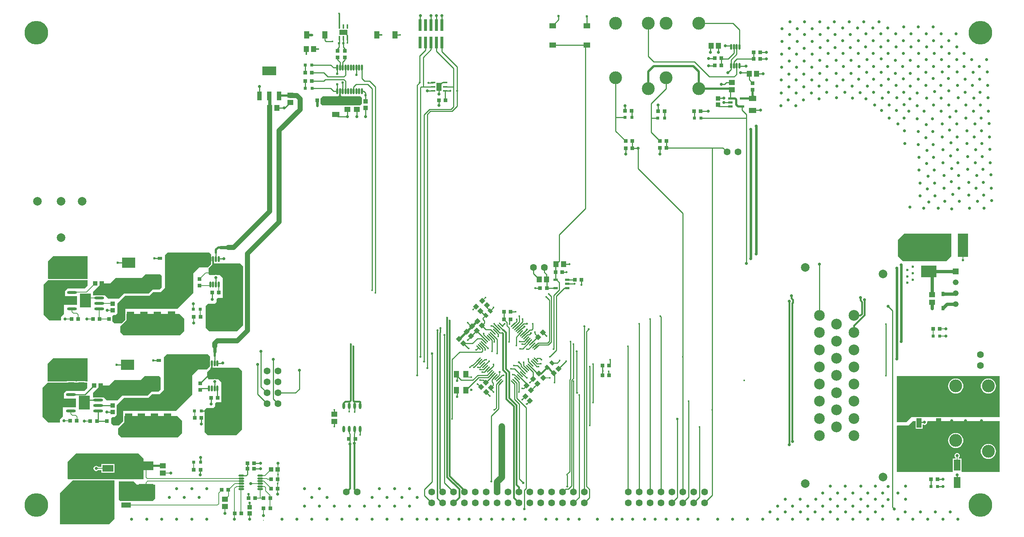
<source format=gtl>
G04*
G04 #@! TF.GenerationSoftware,Altium Limited,Altium Designer,18.1.11 (251)*
G04*
G04 Layer_Physical_Order=1*
G04 Layer_Color=255*
%FSLAX25Y25*%
%MOIN*%
G70*
G01*
G75*
%ADD11C,0.02362*%
%ADD13C,0.01000*%
%ADD14C,0.00787*%
%ADD16C,0.01968*%
%ADD19R,0.03347X0.03543*%
%ADD20R,0.03150X0.03150*%
%ADD21R,0.26772X0.28347*%
%ADD22R,0.04528X0.08661*%
%ADD23O,0.02362X0.05906*%
G04:AMPARAMS|DCode=24|XSize=11.81mil|YSize=57.09mil|CornerRadius=0mil|HoleSize=0mil|Usage=FLASHONLY|Rotation=225.000|XOffset=0mil|YOffset=0mil|HoleType=Round|Shape=Round|*
%AMOVALD24*
21,1,0.04528,0.01181,0.00000,0.00000,315.0*
1,1,0.01181,-0.01601,0.01601*
1,1,0.01181,0.01601,-0.01601*
%
%ADD24OVALD24*%

G04:AMPARAMS|DCode=25|XSize=39.37mil|YSize=29.53mil|CornerRadius=0mil|HoleSize=0mil|Usage=FLASHONLY|Rotation=315.000|XOffset=0mil|YOffset=0mil|HoleType=Round|Shape=Rectangle|*
%AMROTATEDRECTD25*
4,1,4,-0.02436,0.00348,-0.00348,0.02436,0.02436,-0.00348,0.00348,-0.02436,-0.02436,0.00348,0.0*
%
%ADD25ROTATEDRECTD25*%

G04:AMPARAMS|DCode=26|XSize=39.37mil|YSize=41.34mil|CornerRadius=0mil|HoleSize=0mil|Usage=FLASHONLY|Rotation=45.000|XOffset=0mil|YOffset=0mil|HoleType=Round|Shape=Rectangle|*
%AMROTATEDRECTD26*
4,1,4,0.00070,-0.02854,-0.02854,0.00070,-0.00070,0.02854,0.02854,-0.00070,0.00070,-0.02854,0.0*
%
%ADD26ROTATEDRECTD26*%

G04:AMPARAMS|DCode=27|XSize=39.37mil|YSize=41.34mil|CornerRadius=0mil|HoleSize=0mil|Usage=FLASHONLY|Rotation=315.000|XOffset=0mil|YOffset=0mil|HoleType=Round|Shape=Rectangle|*
%AMROTATEDRECTD27*
4,1,4,-0.02854,-0.00070,0.00070,0.02854,0.02854,0.00070,-0.00070,-0.02854,-0.02854,-0.00070,0.0*
%
%ADD27ROTATEDRECTD27*%

%ADD28R,0.28347X0.26772*%
%ADD29R,0.08661X0.04528*%
%ADD30R,0.12205X0.09646*%
%ADD31R,0.03937X0.02953*%
%ADD32R,0.04724X0.07480*%
%ADD33R,0.03937X0.01378*%
%ADD34R,0.03000X0.11000*%
%ADD35R,0.06102X0.05118*%
%ADD36R,0.04724X0.05709*%
%ADD37R,0.03937X0.02362*%
%ADD38R,0.04921X0.06299*%
%ADD39R,0.05709X0.04724*%
G04:AMPARAMS|DCode=40|XSize=11.81mil|YSize=57.09mil|CornerRadius=0mil|HoleSize=0mil|Usage=FLASHONLY|Rotation=315.000|XOffset=0mil|YOffset=0mil|HoleType=Round|Shape=Round|*
%AMOVALD40*
21,1,0.04528,0.01181,0.00000,0.00000,45.0*
1,1,0.01181,-0.01601,-0.01601*
1,1,0.01181,0.01601,0.01601*
%
%ADD40OVALD40*%

%ADD41R,0.02953X0.03937*%
%ADD42O,0.01968X0.05315*%
%ADD43R,0.03543X0.03347*%
%ADD44R,0.07087X0.05118*%
%ADD45R,0.03937X0.04134*%
%ADD46R,0.07480X0.04724*%
%ADD47R,0.01378X0.03937*%
%ADD48R,0.05000X0.07165*%
%ADD49R,0.03937X0.08465*%
%ADD50R,0.12795X0.08465*%
%ADD51R,0.08661X0.10630*%
%ADD52R,0.04134X0.03937*%
%ADD53R,0.09843X0.12598*%
%ADD54O,0.09055X0.02362*%
%ADD55R,0.13583X0.08268*%
%ADD56O,0.01772X0.05512*%
%ADD57O,0.05315X0.01968*%
%ADD58R,0.06102X0.10039*%
%ADD59O,0.01772X0.05709*%
%ADD60R,0.09646X0.21260*%
%ADD61R,0.10039X0.06102*%
%ADD62R,0.14173X0.10630*%
%ADD119C,0.01500*%
%ADD120C,0.04724*%
%ADD121C,0.00606*%
%ADD122C,0.05906*%
%ADD123C,0.01394*%
%ADD124C,0.01575*%
%ADD125C,0.03150*%
%ADD126C,0.01181*%
%ADD127C,0.02953*%
%ADD128C,0.06299*%
%ADD129C,0.21654*%
%ADD130C,0.11811*%
%ADD131C,0.05268*%
%ADD132R,0.05268X0.05268*%
%ADD133C,0.07874*%
%ADD134C,0.09843*%
%ADD135C,0.02362*%
%ADD136C,0.01575*%
%ADD137C,0.02756*%
%ADD138C,0.01968*%
G36*
X298943Y401279D02*
Y397342D01*
X299090Y396607D01*
X299213Y396423D01*
Y395669D01*
X300197Y394685D01*
X316929D01*
X318366Y393248D01*
X318366Y387795D01*
X316791Y386221D01*
X282087D01*
X280512Y387795D01*
Y392717D01*
X282480Y394685D01*
X296654D01*
X297638Y395669D01*
Y396600D01*
X297642Y396607D01*
X297789Y397342D01*
Y401279D01*
X298031Y401575D01*
X298701D01*
X298943Y401279D01*
D02*
G37*
G36*
X859252Y268701D02*
X859252Y248031D01*
X854331Y243110D01*
X814961Y243110D01*
X810039Y248031D01*
Y262795D01*
X815945Y268701D01*
X859252Y268701D01*
D02*
G37*
G36*
X66929Y226907D02*
X31012Y226907D01*
X30512Y227365D01*
Y243110D01*
X35433Y248031D01*
X66929D01*
Y226907D01*
D02*
G37*
G36*
X134843Y229921D02*
Y219052D01*
X132874Y217084D01*
X126531D01*
X123031Y213584D01*
X100002D01*
X95472Y209055D01*
X85630Y209055D01*
X82677Y212008D01*
X71752D01*
X71752Y215059D01*
X76559Y219866D01*
X76886D01*
Y220193D01*
X79652Y222959D01*
X87723Y222959D01*
X92520Y227756D01*
X116465D01*
X120079Y231369D01*
X133395D01*
X134843Y229921D01*
D02*
G37*
G36*
X66929Y220966D02*
X64086Y218123D01*
X48338D01*
X46260Y216045D01*
Y211124D01*
X57087D01*
Y203250D01*
X45276D01*
Y194768D01*
X42323Y191815D01*
Y189031D01*
X31735D01*
X26575Y194191D01*
Y221850D01*
X30612Y225887D01*
X66929Y225887D01*
X66929Y220966D01*
D02*
G37*
G36*
X180020Y249606D02*
Y245571D01*
X180062Y245528D01*
Y243406D01*
X180118Y243125D01*
Y240551D01*
X177165Y237598D01*
X169291D01*
X163779Y232087D01*
Y214370D01*
X148996Y199587D01*
X101378D01*
Y189370D01*
X98155Y186147D01*
X91437D01*
X89567Y188018D01*
Y192975D01*
X90568Y193976D01*
X92520D01*
X94095Y195551D01*
Y204428D01*
X101297Y211631D01*
X123639Y211631D01*
X126969Y214961D01*
X133858D01*
X137795Y218898D01*
Y248836D01*
X140337Y251378D01*
X178248D01*
X180020Y249606D01*
D02*
G37*
G36*
X209646Y238189D02*
Y184492D01*
X204179Y179025D01*
X178354D01*
X175292Y182087D01*
Y202261D01*
X177165Y204134D01*
X183465D01*
X185039Y205709D01*
Y208563D01*
X186122Y209646D01*
X190751D01*
Y227886D01*
X187992Y230645D01*
X185176D01*
X184544Y230771D01*
X183912Y230645D01*
X178642D01*
Y230726D01*
X177657Y231710D01*
Y236725D01*
X177886Y236877D01*
X180839Y239830D01*
X181060Y240161D01*
X181138Y240551D01*
Y241142D01*
X206693D01*
X209646Y238189D01*
D02*
G37*
G36*
X155403Y190463D02*
X155403Y179025D01*
X151575Y175197D01*
X99805Y175197D01*
X96908Y178093D01*
X96909Y183523D01*
X98684Y185298D01*
X98876Y185426D01*
X102099Y188649D01*
X102228Y188842D01*
X102362Y188976D01*
Y189192D01*
X102398Y189370D01*
Y194822D01*
X151044D01*
X155403Y190463D01*
D02*
G37*
G36*
X66732Y133239D02*
X66476Y133028D01*
X64878D01*
Y133225D01*
X57169D01*
Y133028D01*
X55693D01*
Y133166D01*
X47985D01*
Y133028D01*
X30315Y133028D01*
Y149171D01*
X35236Y154092D01*
X66732D01*
Y133239D01*
D02*
G37*
G36*
X133858Y136300D02*
Y125431D01*
X131890Y123463D01*
X125547D01*
X122047Y119963D01*
X98624D01*
X94095Y115434D01*
X84646Y115434D01*
X81693Y118387D01*
X71721Y118387D01*
X71721Y122489D01*
X75535Y126304D01*
X75902D01*
Y126670D01*
X78504Y129272D01*
X86673Y129272D01*
X91594Y134193D01*
X115540D01*
X119095Y137748D01*
X132410D01*
X133858Y136300D01*
D02*
G37*
G36*
X903543Y137795D02*
X903543Y100394D01*
X822835D01*
X817913Y95472D01*
X809055D01*
X809055Y137795D01*
X903543Y137795D01*
D02*
G37*
G36*
X66476Y126777D02*
X63944Y124244D01*
X47354D01*
X45276Y122166D01*
Y117245D01*
X56102D01*
Y109371D01*
X44291D01*
Y100890D01*
X41339Y97937D01*
Y95153D01*
X30751D01*
X25591Y100313D01*
Y127304D01*
X30296Y132009D01*
X66476Y132009D01*
X66476Y126777D01*
D02*
G37*
G36*
X903543Y50021D02*
X869000D01*
X868594Y50248D01*
X868594Y50521D01*
Y62287D01*
X865964D01*
Y63050D01*
X866257Y63246D01*
X866783Y64033D01*
X866967Y64961D01*
X866783Y65889D01*
X866257Y66675D01*
X865471Y67201D01*
X864543Y67385D01*
X863615Y67201D01*
X862828Y66675D01*
X862303Y65889D01*
X862118Y64961D01*
X862303Y64033D01*
X862828Y63246D01*
X863122Y63050D01*
Y62287D01*
X860491D01*
Y50521D01*
X860491Y50248D01*
X860085Y50021D01*
X809076D01*
X809057Y92166D01*
X809410Y92520D01*
X819962D01*
X823899Y96457D01*
X826342D01*
Y89551D01*
X832870D01*
Y93198D01*
X833370Y93465D01*
X833718Y93233D01*
X834646Y93048D01*
X835573Y93233D01*
X836360Y93758D01*
X836886Y94545D01*
X837070Y95472D01*
X836974Y95957D01*
X837384Y96457D01*
X903543Y96457D01*
X903543Y50021D01*
D02*
G37*
G36*
X179035Y155985D02*
Y152299D01*
X179031Y152292D01*
X178884Y151556D01*
Y147816D01*
X179031Y147080D01*
X179035Y147073D01*
Y146832D01*
X176181Y143977D01*
X168307D01*
X162795Y138466D01*
Y120749D01*
X148012Y105966D01*
X99410Y105966D01*
X99409Y96609D01*
X95327Y92527D01*
X90453D01*
X88583Y94397D01*
Y99354D01*
X89583Y100355D01*
X91536D01*
X93504Y102323D01*
Y111201D01*
X100313Y118010D01*
X122655Y118010D01*
X125984Y121340D01*
X132874D01*
X136811Y125277D01*
Y155215D01*
X139353Y157757D01*
X177264D01*
X179035Y155985D01*
D02*
G37*
G36*
X208468Y142599D02*
Y88902D01*
X203001Y83436D01*
X177176D01*
X174213Y86399D01*
Y106770D01*
X175987Y108544D01*
X182287D01*
X183861Y110119D01*
Y112973D01*
X184944Y114056D01*
X189573D01*
Y132297D01*
X186814Y135056D01*
X183998D01*
X183366Y135181D01*
X182734Y135056D01*
X177464D01*
X177464Y135971D01*
X176479Y136955D01*
X176479Y141418D01*
X179629Y144568D01*
Y145552D01*
X205515D01*
X208468Y142599D01*
D02*
G37*
G36*
X153435Y96842D02*
X153435Y85404D01*
X149607Y81576D01*
X97836Y81576D01*
X94940Y84472D01*
X94940Y89902D01*
X100394Y95355D01*
Y96432D01*
X100429Y96609D01*
X100429Y101201D01*
X149075D01*
X153435Y96842D01*
D02*
G37*
G36*
X118110Y62205D02*
Y43307D01*
X91713D01*
X91535Y43342D01*
X53150D01*
X52972Y43307D01*
X49203D01*
X48524Y43986D01*
Y59350D01*
X55991Y66818D01*
X113296Y67019D01*
X118110Y62205D01*
D02*
G37*
G36*
X112205Y38386D02*
X128937D01*
Y25591D01*
X126575Y23228D01*
X96850Y23228D01*
X95472Y24606D01*
X95472Y41339D01*
X109252D01*
X112205Y38386D01*
D02*
G37*
G36*
X91535Y6890D02*
X86614Y1969D01*
X41339D01*
Y30512D01*
X53150Y42323D01*
X91535D01*
Y6890D01*
D02*
G37*
%LPC*%
G36*
X893110Y135679D02*
X891757Y135546D01*
X890455Y135151D01*
X889255Y134510D01*
X888204Y133647D01*
X887341Y132595D01*
X886699Y131396D01*
X886305Y130094D01*
X886171Y128740D01*
X886305Y127386D01*
X886699Y126085D01*
X887341Y124885D01*
X888204Y123834D01*
X889255Y122971D01*
X890455Y122329D01*
X891757Y121935D01*
X893110Y121801D01*
X894464Y121935D01*
X895766Y122329D01*
X896965Y122971D01*
X898017Y123834D01*
X898880Y124885D01*
X899521Y126085D01*
X899916Y127386D01*
X900049Y128740D01*
X899916Y130094D01*
X899521Y131396D01*
X898880Y132595D01*
X898017Y133647D01*
X896965Y134510D01*
X895766Y135151D01*
X894464Y135546D01*
X893110Y135679D01*
D02*
G37*
G36*
X863189D02*
X861835Y135546D01*
X860534Y135151D01*
X859334Y134510D01*
X858282Y133647D01*
X857419Y132595D01*
X856778Y131396D01*
X856383Y130094D01*
X856250Y128740D01*
X856383Y127386D01*
X856778Y126085D01*
X857419Y124885D01*
X858282Y123834D01*
X859334Y122971D01*
X860534Y122329D01*
X861835Y121935D01*
X863189Y121801D01*
X864543Y121935D01*
X865844Y122329D01*
X867044Y122971D01*
X868095Y123834D01*
X868958Y124885D01*
X869600Y126085D01*
X869995Y127386D01*
X870128Y128740D01*
X869995Y130094D01*
X869600Y131396D01*
X868958Y132595D01*
X868095Y133647D01*
X867044Y134510D01*
X865844Y135151D01*
X864543Y135546D01*
X863189Y135679D01*
D02*
G37*
G36*
Y85679D02*
X861835Y85546D01*
X860534Y85151D01*
X859334Y84510D01*
X858282Y83647D01*
X857419Y82595D01*
X856778Y81396D01*
X856383Y80094D01*
X856250Y78740D01*
X856383Y77386D01*
X856778Y76085D01*
X857419Y74885D01*
X858282Y73834D01*
X859334Y72971D01*
X860534Y72329D01*
X861835Y71935D01*
X863189Y71801D01*
X864543Y71935D01*
X865844Y72329D01*
X867044Y72971D01*
X868095Y73834D01*
X868958Y74885D01*
X869600Y76085D01*
X869995Y77386D01*
X870128Y78740D01*
X869995Y80094D01*
X869600Y81396D01*
X868958Y82595D01*
X868095Y83647D01*
X867044Y84510D01*
X865844Y85151D01*
X864543Y85546D01*
X863189Y85679D01*
D02*
G37*
G36*
X893110Y75679D02*
X891757Y75546D01*
X890455Y75151D01*
X889255Y74510D01*
X888204Y73647D01*
X887341Y72595D01*
X886699Y71396D01*
X886305Y70094D01*
X886171Y68740D01*
X886305Y67386D01*
X886699Y66085D01*
X887341Y64885D01*
X888204Y63834D01*
X889255Y62971D01*
X890455Y62329D01*
X891757Y61935D01*
X893110Y61801D01*
X894464Y61935D01*
X895766Y62329D01*
X896965Y62971D01*
X898017Y63834D01*
X898880Y64885D01*
X899521Y66085D01*
X899916Y67386D01*
X900049Y68740D01*
X899916Y70094D01*
X899521Y71396D01*
X898880Y72595D01*
X898017Y73647D01*
X896965Y74510D01*
X895766Y75151D01*
X894464Y75546D01*
X893110Y75679D01*
D02*
G37*
G36*
X91453Y57201D02*
X79413D01*
Y54571D01*
X76615D01*
X76419Y54864D01*
X75633Y55390D01*
X74705Y55574D01*
X73777Y55390D01*
X72990Y54864D01*
X72465Y54077D01*
X72280Y53150D01*
X72465Y52222D01*
X72990Y51435D01*
X73777Y50910D01*
X74705Y50725D01*
X75633Y50910D01*
X76419Y51435D01*
X76615Y51729D01*
X79413D01*
Y49098D01*
X91453D01*
Y57201D01*
D02*
G37*
%LPD*%
D11*
X812992Y169685D02*
Y239961D01*
X809055Y153543D02*
Y237008D01*
X277461Y385925D02*
Y390748D01*
X267756Y450787D02*
X272638D01*
X675000Y363976D02*
X675197Y364173D01*
X675000Y245734D02*
Y363976D01*
X680118Y250000D02*
Y367126D01*
D13*
X457214Y131964D02*
X458534Y130644D01*
X462804Y43692D02*
X466535Y39961D01*
X462804Y43692D02*
Y112393D01*
X460534Y117492D02*
X469267Y108758D01*
X467520Y33078D02*
X469267Y34825D01*
X467520Y15748D02*
Y33078D01*
X469267Y34825D02*
Y108758D01*
X437008Y184055D02*
X438574D01*
X444916Y177712D01*
X571850Y328171D02*
X612835Y287187D01*
X571850Y328171D02*
Y346850D01*
X612835Y155512D02*
Y287187D01*
X639764Y28426D02*
Y106907D01*
X639764Y347244D02*
X639764Y106907D01*
X597933Y347244D02*
X649646D01*
X628185Y26847D02*
Y91159D01*
X612835Y31497D02*
X612835Y155512D01*
X649646Y347244D02*
X653386Y343504D01*
X629134Y380971D02*
X636041D01*
X645252Y392717D02*
X645317Y392782D01*
X650591D01*
Y388880D02*
X656610D01*
X623032Y380971D02*
X623325Y380677D01*
Y374410D02*
Y380677D01*
X671260Y374508D02*
Y377953D01*
X667240Y381972D02*
X671260Y377953D01*
X667240Y381972D02*
Y385140D01*
X671260Y373031D02*
Y374508D01*
X671161Y374410D02*
X671260Y374508D01*
X629624Y374410D02*
X671161D01*
X566510Y346850D02*
X571850D01*
X597933Y347244D02*
Y353543D01*
X566510Y353478D02*
X566575Y353543D01*
X566510Y346850D02*
Y353478D01*
X591831Y341535D02*
Y347244D01*
X560407Y341535D02*
Y346850D01*
X583858Y374637D02*
Y387795D01*
Y361516D02*
Y374637D01*
Y361516D02*
X591831Y353543D01*
X551296Y375590D02*
Y411522D01*
Y362720D02*
Y375590D01*
X551492Y375394D01*
X551296Y362720D02*
X560472Y353543D01*
X583858Y374637D02*
X589845D01*
X583858Y387795D02*
X597555Y401492D01*
Y411522D01*
X551492Y375394D02*
X559726D01*
X524396Y441349D02*
Y441644D01*
X496161Y226181D02*
Y240059D01*
X494488Y162598D02*
Y211757D01*
X523622Y440575D02*
X524396Y441349D01*
X523622Y291657D02*
Y440575D01*
X493392Y441644D02*
X524396D01*
X386890Y436024D02*
X402566Y420348D01*
Y403373D02*
Y420348D01*
X405669Y399508D02*
Y421703D01*
X391890Y435482D02*
X405669Y421703D01*
X391890Y435482D02*
Y443898D01*
X386890Y436024D02*
Y443898D01*
X381890Y437402D02*
Y443898D01*
X374803Y430315D02*
X381890Y437402D01*
X376890Y437008D02*
Y443898D01*
X371772Y431890D02*
X376890Y437008D01*
X371654Y431890D02*
X371772D01*
X311417Y76378D02*
Y85312D01*
X307480Y75590D02*
Y85024D01*
X524691Y459361D02*
Y468062D01*
X493392Y459361D02*
X498966Y464935D01*
Y468219D01*
X864543Y40126D02*
Y47244D01*
X864173Y39756D02*
X864543Y40126D01*
X522392Y182825D02*
X522834Y183267D01*
X522392Y31496D02*
X522392Y182825D01*
X419931Y147480D02*
X425338Y152887D01*
X497047Y226181D02*
X499606Y223622D01*
Y216875D02*
Y223622D01*
X494488Y211757D02*
X499606Y216875D01*
X504261Y218701D02*
X506988D01*
X496776Y211216D02*
X504261Y218701D01*
X840343Y36417D02*
X840438Y36513D01*
Y43110D01*
X394665Y391654D02*
X395276Y391043D01*
X394665Y391654D02*
Y399633D01*
X301977Y409945D02*
X303366Y408556D01*
Y399311D02*
Y408556D01*
X297736Y447756D02*
Y448327D01*
Y443405D02*
Y447756D01*
X301476D02*
Y448327D01*
Y443405D02*
Y447756D01*
X305217D02*
Y450394D01*
X302461Y453150D02*
X305217Y450394D01*
X301476Y453150D02*
X302461D01*
X222835Y121103D02*
X231339Y112600D01*
X222835Y121103D02*
Y148425D01*
X225984Y127954D02*
X231339Y122599D01*
X225984Y127954D02*
Y160630D01*
X237008Y116930D02*
Y153272D01*
Y116930D02*
X241339Y112600D01*
Y122599D02*
X257639D01*
X261024Y125984D01*
Y143307D01*
X293099Y102875D02*
Y106812D01*
Y102875D02*
X293138Y102835D01*
X405748Y133465D02*
Y137953D01*
X435082Y143144D02*
X439173Y147235D01*
X369094Y403353D02*
X369094Y138583D01*
X378346Y145276D02*
Y377953D01*
X375590Y151181D02*
Y377468D01*
X372047Y401870D02*
X372047Y155512D01*
X311417Y85312D02*
X311805Y85699D01*
Y89152D01*
X306805Y85699D02*
X307480Y85024D01*
X306805Y85699D02*
Y89152D01*
X429559Y168060D02*
X434055Y163563D01*
X559726Y381254D02*
Y386025D01*
X596143Y374639D02*
X596144Y374637D01*
X596143Y374639D02*
Y380883D01*
X590041D02*
Y386593D01*
X565828Y381254D02*
X566025Y381057D01*
Y375394D02*
Y381057D01*
X466871Y186024D02*
X469758D01*
X465588Y176389D02*
X469758Y180559D01*
X470295Y177776D02*
X472638Y180118D01*
X469758Y177776D02*
X470295D01*
X465945Y181791D02*
X467224Y183071D01*
X465422Y181791D02*
X465945D01*
X462804Y179173D02*
X465422Y181791D01*
X467224Y183071D02*
X467323D01*
X461412Y180565D02*
X466871Y186024D01*
X444916Y177712D02*
X447091D01*
X444848Y183349D02*
X447984Y180212D01*
X443456Y174135D02*
Y176389D01*
X451649Y183981D02*
X453542Y182088D01*
X451649Y183981D02*
Y187032D01*
X448721Y189961D02*
X451649Y187032D01*
X453937Y185433D02*
Y189075D01*
X449212Y185826D02*
X449605D01*
X439978Y185435D02*
Y185826D01*
Y185435D02*
X443456Y181957D01*
X519685Y226181D02*
X519882Y226378D01*
X519685Y221457D02*
Y226181D01*
X467325Y169685D02*
X469808Y172169D01*
X510705Y37276D02*
Y133855D01*
X507756Y34327D02*
X510705Y37276D01*
X505468Y34327D02*
X507756D01*
X502638Y31496D02*
X505468Y34327D01*
X506890Y36417D02*
Y46850D01*
X506299Y47441D02*
X506890Y46850D01*
X506299Y47441D02*
X509098Y50240D01*
X283465Y408465D02*
X284945Y409945D01*
X272638Y408465D02*
X283465D01*
X272638Y423228D02*
X289862D01*
X272539Y416339D02*
X283366D01*
X247047Y383858D02*
X247835D01*
X252953Y388976D01*
X375590Y377468D02*
X380634Y382512D01*
X400228D01*
X402566Y384849D01*
Y403373D01*
X378346Y377953D02*
X381299Y380906D01*
X401063D01*
X405669Y385512D01*
X375000Y403373D02*
X383878D01*
X372959D02*
X375000D01*
X374803Y403570D02*
X375000Y403373D01*
X374803Y403570D02*
Y430315D01*
X372047Y402461D02*
X372959Y403373D01*
X372047Y401870D02*
Y402461D01*
X369094Y404554D02*
X371654Y407113D01*
X369094Y403353D02*
Y404554D01*
X430839Y141729D02*
X433668Y144558D01*
X399383Y399633D02*
X399508Y399508D01*
X394665Y399633D02*
X399383D01*
X509098Y50240D02*
Y134521D01*
X170374Y63287D02*
X170472Y63386D01*
X170374Y59055D02*
Y63287D01*
X170276Y51891D02*
X170374Y51989D01*
X170276Y47244D02*
Y51891D01*
X219587Y52756D02*
X225590D01*
X225551Y57834D02*
X225590Y57874D01*
X219587Y57834D02*
X225551D01*
X213484Y52756D02*
Y57834D01*
Y47638D02*
Y52756D01*
X212254Y46407D02*
X213484Y47638D01*
X207776Y46407D02*
X212254D01*
X544882Y139126D02*
Y142126D01*
Y139126D02*
X545118Y138891D01*
X544406Y138179D02*
X545118Y138891D01*
X539288Y142520D02*
Y147187D01*
Y137360D02*
Y142520D01*
X546063Y147974D02*
Y152865D01*
X545333Y147244D02*
X546063Y147974D01*
X539034Y147441D02*
X539288Y147187D01*
X468394Y173583D02*
X470587Y175776D01*
X394094Y39961D02*
X402598Y31457D01*
X311805Y105060D02*
Y110412D01*
X434055Y163189D02*
Y163563D01*
X431496Y162025D02*
Y163294D01*
X428145Y166645D02*
X431496Y163294D01*
X316760Y89107D02*
X316805Y89152D01*
X316760Y83858D02*
Y89107D01*
X492661Y149859D02*
X497694D01*
X562598Y31733D02*
Y165354D01*
X517717Y26575D02*
Y120421D01*
X512638Y31496D02*
Y133071D01*
X437008Y41339D02*
Y101109D01*
X394094Y39961D02*
Y175706D01*
X382874Y40748D02*
Y158465D01*
X375984Y33858D02*
X382874Y40748D01*
X375984Y28150D02*
Y33858D01*
X456693Y139370D02*
X458204D01*
X461412Y136162D01*
X436073Y197688D02*
X439173Y200787D01*
X432992Y200769D02*
Y202816D01*
Y200769D02*
X436073Y197688D01*
X431129Y193651D02*
X432037D01*
X427278Y197501D02*
X431129Y193651D01*
X430839Y186421D02*
Y188592D01*
X429536Y189895D02*
X430839Y188592D01*
X429536Y189895D02*
Y191151D01*
X432037Y193651D01*
X428551Y184133D02*
X430839Y186421D01*
X431581Y131202D02*
X439302Y138923D01*
X498805Y144637D02*
X505743Y151575D01*
X505905D01*
X495079Y131986D02*
Y140012D01*
X494630Y140461D02*
X495079Y140012D01*
X522360Y183480D02*
X522620D01*
X522834Y183267D01*
X509842Y135265D02*
X509842D01*
X509098Y134521D02*
X509842Y135265D01*
X509842D02*
Y169685D01*
X510705Y133855D02*
X512638Y135788D01*
Y167323D01*
X497694Y149859D02*
X499981Y152147D01*
X295768Y420669D02*
X295866Y420768D01*
X295768Y415354D02*
Y420669D01*
Y405512D02*
X295866Y405413D01*
Y399311D02*
Y405413D01*
X471284Y151300D02*
X473917Y148667D01*
X453937Y189075D02*
X454823Y189961D01*
X447300Y138614D02*
X448425D01*
X472370Y132057D02*
X475471Y135159D01*
X437795Y134588D02*
X440717Y137509D01*
X477165Y176875D02*
X480315Y173726D01*
X477165Y176875D02*
Y178347D01*
X418629Y183734D02*
X419644D01*
X415354Y187008D02*
X418629Y183734D01*
X460534Y188038D02*
Y189961D01*
X457236Y184741D02*
X460534Y188038D01*
X454823Y196850D02*
X459646D01*
X416083Y163189D02*
X416339D01*
X411537Y167735D02*
X416083Y163189D01*
X411537Y167735D02*
X419931D01*
X424365Y172169D01*
X428189D01*
X430928Y169429D01*
X492126Y169382D02*
Y211024D01*
X489389Y166645D02*
X492126Y169382D01*
X480899Y166645D02*
X489389D01*
X490520Y170047D02*
Y207512D01*
X488724Y168252D02*
X490520Y170047D01*
X480106Y168252D02*
X488724D01*
X476723Y165253D02*
X477107D01*
X480106Y168252D01*
X487402Y210630D02*
X490520Y207512D01*
X489764Y213386D02*
X492126Y211024D01*
X478115Y163861D02*
X480899Y166645D01*
X453542Y169291D02*
Y182088D01*
X439978Y169291D02*
Y171515D01*
X436496Y174997D02*
X439978Y171515D01*
X437795Y160433D02*
Y170914D01*
X435104Y173605D02*
X437795Y170914D01*
X437888Y176389D02*
X442638Y171639D01*
Y158465D02*
Y171639D01*
X515354Y123246D02*
Y160630D01*
X428551Y184133D02*
X432119Y180565D01*
X436496D01*
X439280Y177781D01*
X440672Y179173D02*
X443456Y176389D01*
X430210Y175715D02*
Y176823D01*
Y175715D02*
X433712Y172213D01*
X423820Y179321D02*
Y179558D01*
Y179321D02*
X432320Y170821D01*
X429134Y161024D02*
Y162872D01*
X426753Y165253D02*
X429134Y162872D01*
X428135Y160025D02*
X429134Y161024D01*
X408057Y160025D02*
X428135D01*
X423307Y162025D02*
X423524D01*
X425274Y163775D01*
X418623Y174135D02*
Y174440D01*
X415354Y170866D02*
X418623Y174135D01*
X480803Y140277D02*
X482797D01*
X469685Y112205D02*
X472638Y115157D01*
X469488Y112205D02*
X469685D01*
X465551Y116422D02*
X468462Y119333D01*
X465551Y116273D02*
Y116422D01*
X484491Y177902D02*
X487713Y174680D01*
Y174440D02*
Y174680D01*
X479628Y173726D02*
X480315D01*
X473939Y168037D02*
X479628Y173726D01*
X463542Y162872D02*
X465990D01*
X472547Y169429D01*
X479568Y140277D02*
X480803D01*
X472547Y147297D02*
X479568Y140277D01*
X462598Y150591D02*
X464567Y148622D01*
Y146926D02*
Y148622D01*
Y146926D02*
X468372Y143122D01*
X466980Y147297D02*
Y150591D01*
Y147297D02*
X469764Y144513D01*
X475471Y135159D02*
Y141590D01*
X471156Y145905D02*
X475471Y141590D01*
X465588Y140338D02*
X469764Y136162D01*
X473700Y125036D02*
X479647Y130983D01*
X473586Y125036D02*
X473700D01*
X469410Y129212D02*
Y130947D01*
Y129021D02*
Y129212D01*
X462804Y137554D02*
X469410Y130947D01*
X465551Y126435D02*
X466825D01*
X469410Y129021D01*
X469711Y130538D02*
Y130646D01*
X430928Y147464D02*
X435039Y151575D01*
X471284Y151300D02*
Y153543D01*
X375984Y28150D02*
X382638Y21496D01*
X530512Y113466D02*
Y148736D01*
X527559Y92520D02*
Y146653D01*
X478952Y149244D02*
X482891D01*
X478759Y146653D02*
X480413D01*
X475331Y150081D02*
X478759Y146653D01*
X458653Y144488D02*
X464196Y138946D01*
X455118Y144488D02*
X458653D01*
X460990Y147638D02*
X463542Y145086D01*
X457736Y147638D02*
X460990D01*
X443456Y134770D02*
X447300Y138614D01*
X476723Y151473D02*
X478952Y149244D01*
X407361Y171911D02*
X408131D01*
X446251Y184752D02*
X447194Y183808D01*
X104008Y241929D02*
X104169Y242091D01*
X171161Y98938D02*
X171555Y99331D01*
X524392Y178502D02*
X526476Y180980D01*
X466980Y174997D02*
X469758Y177776D01*
X470587Y175776D02*
X472035D01*
X473424Y177165D01*
X474016Y180118D02*
X475197Y181299D01*
X472638Y180118D02*
X474016D01*
X437795Y132677D02*
Y134588D01*
Y132677D02*
X438976Y131496D01*
Y129528D02*
Y131496D01*
X436734Y127285D02*
X438976Y129528D01*
X441732Y108661D02*
Y130262D01*
X443732Y129434D02*
X446262Y131964D01*
X443732Y107833D02*
Y129434D01*
X439978Y106907D02*
X441732Y108661D01*
X437008Y101109D02*
X443732Y107833D01*
X424409Y130709D02*
X427326Y127792D01*
X436734Y125775D02*
Y127285D01*
Y125775D02*
X439280Y123228D01*
X429725Y134252D02*
X432009Y131968D01*
X426753Y134252D02*
X429725D01*
X432558Y122954D02*
X435827Y119685D01*
X431317Y131202D02*
X431581D01*
X418702Y174440D02*
X423820Y179558D01*
X447194Y183808D02*
X449212Y185826D01*
X405748Y118898D02*
Y124254D01*
Y137953D02*
X409449Y134252D01*
X405748Y137953D02*
Y138821D01*
X405118Y139451D02*
X405748Y138821D01*
X433336Y138614D02*
X436214Y141492D01*
X424681Y138614D02*
X433336D01*
X420319Y134252D02*
X424681Y138614D01*
X409449Y134252D02*
X420319D01*
X434165Y136614D02*
X437888Y140338D01*
X425510Y136614D02*
X434165D01*
X413780Y124884D02*
X425510Y136614D01*
X439173Y147235D02*
Y148622D01*
X441732Y130262D02*
X444848Y133378D01*
X401206Y98664D02*
Y153174D01*
X401181Y98639D02*
X401206Y98664D01*
Y153174D02*
X408057Y160025D01*
X515354Y123246D02*
X515945Y122655D01*
X469758Y162598D02*
X471284D01*
X475331Y166645D01*
X496776Y161539D02*
Y211216D01*
X490748Y155512D02*
X496776Y161539D01*
X481982Y154151D02*
X483268Y152865D01*
X562598Y31733D02*
X562835Y31497D01*
X460042Y173583D02*
X464218Y177759D01*
X460042Y165748D02*
Y173583D01*
X462992Y169685D02*
X467325D01*
X467791Y167323D02*
X471222Y170754D01*
X465551Y167323D02*
X467791D01*
X460042Y134792D02*
X462534Y132301D01*
X799213Y138189D02*
Y185639D01*
X799204Y185647D02*
X799213Y185639D01*
X463542Y145086D02*
X463583Y145126D01*
X462534Y123071D02*
Y132301D01*
X458628Y133378D02*
X460534Y131472D01*
Y117492D02*
Y131472D01*
X458534Y116663D02*
X462804Y112393D01*
X458534Y116663D02*
Y130644D01*
X448721Y189961D02*
Y196850D01*
X582741Y31496D02*
X582741Y190261D01*
X460053Y181923D02*
X465731Y187601D01*
X458639Y183337D02*
X462804Y187502D01*
Y192913D01*
X430928Y152865D02*
X432331D01*
X430210Y152147D02*
X430928Y152865D01*
X418823Y147480D02*
X419931D01*
X417323Y145980D02*
X418823Y147480D01*
X421260Y145980D02*
X426753Y151473D01*
X426910Y146063D02*
X428928Y148081D01*
X424803Y146063D02*
X426910D01*
X430151Y143870D02*
X430455Y144174D01*
X426863Y143870D02*
X430151D01*
X428740Y141729D02*
X430839D01*
X424803Y146063D02*
X424858Y146118D01*
X830197Y95472D02*
X834646D01*
X805118Y17913D02*
X806988Y16043D01*
X805118Y197835D02*
X805118Y17913D01*
X801181Y201772D02*
X805118Y197835D01*
X215555Y17717D02*
Y21654D01*
X214469Y25748D02*
Y29685D01*
X171260Y105966D02*
X175694D01*
X170276Y131281D02*
X180807Y141812D01*
X171161Y93945D02*
Y98938D01*
Y99725D02*
X171555Y99331D01*
X185925Y117993D02*
X186122Y117796D01*
X185925Y117993D02*
Y126458D01*
X180020Y112205D02*
Y117796D01*
X183366Y126458D02*
Y132757D01*
X170276Y125178D02*
X171555Y126458D01*
X178248D01*
X190578Y149686D02*
X190751Y149859D01*
X185925Y149686D02*
X190578D01*
X184544Y222047D02*
Y228346D01*
X181198Y208268D02*
Y214567D01*
X63976Y113466D02*
X66476Y115966D01*
X76378D01*
X94587Y241929D02*
X104008D01*
X133169Y245984D02*
X133169Y245984D01*
X128248Y245984D02*
X133169D01*
X64528Y120966D02*
X72835Y129272D01*
X51575Y120966D02*
X64528D01*
X76378Y110966D02*
X89961D01*
X75394Y96545D02*
X76378Y97529D01*
Y105966D01*
X75394Y96545D02*
X84547D01*
X84646Y105060D02*
X89961D01*
X607874Y26535D02*
Y98639D01*
X602835Y21496D02*
X607874Y26535D01*
X632835Y21497D02*
X639764Y28426D01*
X622834Y21496D02*
X628185Y26847D01*
X612835Y21496D02*
X618185Y26846D01*
Y114707D01*
X592835Y192306D02*
X592835Y31497D01*
X592227Y192913D02*
X592835Y192306D01*
X512638Y21496D02*
X517717Y26575D01*
X522638Y21496D02*
X527287Y26146D01*
Y33933D01*
X524392Y36828D02*
X527287Y33933D01*
X524392Y36828D02*
X524392Y178502D01*
X127165Y152363D02*
X132185D01*
X93504Y148308D02*
X103347D01*
X829606Y94882D02*
X830197Y95472D01*
X847441Y94764D02*
X847559Y94882D01*
X300866Y399311D02*
Y407264D01*
X284945Y409945D02*
X301977D01*
X348898Y450787D02*
X353346D01*
X305217Y443405D02*
Y447756D01*
X285433Y444882D02*
X291339D01*
X284449Y445866D02*
X285433Y444882D01*
X284449Y445866D02*
Y450787D01*
X465731Y187601D02*
Y190261D01*
X475197Y181299D02*
Y186024D01*
X572835Y186024D02*
X572835Y31496D01*
X405118Y124884D02*
X405748Y124254D01*
X618110Y114781D02*
X618185Y114707D01*
X479545Y154151D02*
X481982D01*
X478259Y152865D02*
X479545Y154151D01*
X478115Y152865D02*
X478259D01*
X327756Y216535D02*
Y401476D01*
X330709Y214350D02*
Y403156D01*
X323721Y405512D02*
X327756Y401476D01*
X325400Y408465D02*
X330709Y403156D01*
X320866Y408465D02*
X325400D01*
X318366Y410965D02*
X320866Y408465D01*
X318366Y410965D02*
Y420768D01*
X312992Y405512D02*
X323721Y405512D01*
X310866Y403386D02*
X312992Y405512D01*
X310866Y399311D02*
Y403386D01*
X379429Y406988D02*
X383753D01*
X378642Y399633D02*
X383878D01*
X405669Y385512D02*
Y399508D01*
X389075Y396562D02*
Y403176D01*
X389272Y403373D01*
X383878D02*
X384764D01*
X395551D02*
X402566D01*
X383753Y406988D02*
X383878Y407113D01*
X371654D02*
Y431890D01*
X417323Y145980D02*
X417382D01*
X389173Y386070D02*
Y391043D01*
X389272Y403373D02*
Y404160D01*
X392225Y407113D01*
X394665D01*
X391732Y468504D02*
X391890Y468347D01*
Y459882D02*
Y468347D01*
X386890Y459882D02*
Y468504D01*
X381890Y459882D02*
Y468504D01*
X371890Y468347D02*
X372047Y468504D01*
X371890Y459882D02*
Y468347D01*
X738189Y193521D02*
Y240551D01*
X293099Y91457D02*
X293138Y91497D01*
Y96142D01*
X499484Y267520D02*
X523622Y291657D01*
X499484Y243382D02*
Y267520D01*
X496654Y240551D02*
X499484Y243382D01*
X496161Y226181D02*
X497047D01*
X477559Y218504D02*
X481988D01*
X496161Y240059D02*
X496654Y240551D01*
X503346D02*
X508661D01*
X502165Y233071D02*
X506299D01*
X506988Y222441D02*
X513386D01*
X513583Y226181D02*
X513779Y226378D01*
X506988Y226181D02*
X513583D01*
X487713Y226645D02*
Y231102D01*
X485827Y232988D02*
X487713Y231102D01*
X485827Y232988D02*
Y237402D01*
X475827Y231838D02*
Y237402D01*
Y231838D02*
X481020Y226645D01*
X485827Y237402D02*
X487713Y235515D01*
Y226645D02*
X488091Y226267D01*
Y218504D02*
Y226267D01*
Y218504D02*
X488287Y218701D01*
X496161D01*
X463583Y145126D02*
X466980Y141729D01*
X671260Y373031D02*
X671260Y241142D01*
X676689Y381596D02*
X676983Y381890D01*
X684055D01*
X648146Y405512D02*
X651000D01*
X680429Y415354D02*
X686532D01*
X673736Y409744D02*
Y415354D01*
Y409744D02*
X676886Y406595D01*
X689384Y428839D02*
X689485Y428738D01*
X683776Y428839D02*
X689384D01*
X683776Y435039D02*
X689485D01*
X677673Y428839D02*
Y435039D01*
X662323Y428839D02*
X677673D01*
X659662Y426177D02*
X662323Y428839D01*
X659662Y422539D02*
Y426177D01*
X665862Y416339D02*
X672752D01*
X664780Y422539D02*
X665075Y422244D01*
X670784D01*
X662221Y414665D02*
Y422539D01*
X659957Y412402D02*
X662221Y414665D01*
X672752Y416339D02*
X673736Y415354D01*
X657103Y419390D02*
Y422539D01*
X654051Y416339D02*
X657103Y419390D01*
X637319Y412402D02*
X659957D01*
X623540Y426181D02*
X637319Y412402D01*
X651000Y405512D02*
X652772Y407283D01*
X586138Y426181D02*
X623540D01*
X581217Y431102D02*
X586138Y426181D01*
X581217Y431102D02*
Y461522D01*
X664780Y440059D02*
Y455689D01*
X658946Y461522D02*
X664780Y455689D01*
X627477Y461522D02*
X658946D01*
X645252Y385827D02*
X645939Y385140D01*
X656610D01*
X642043Y422734D02*
X642142Y422833D01*
X636335Y422734D02*
X642043D01*
X652772Y407283D02*
X657693D01*
X648244Y428837D02*
Y429327D01*
Y428738D02*
Y428837D01*
Y422833D02*
Y428738D01*
Y428837D02*
X654345D01*
X648146D02*
X648244D01*
X656217Y440945D02*
X657103Y440059D01*
X651886Y440945D02*
X656217D01*
X645587Y435039D02*
Y441043D01*
X641945Y429327D02*
X642043Y429425D01*
X636335Y429327D02*
X641945D01*
X638303Y440453D02*
X638894Y441043D01*
X638303Y435039D02*
Y440453D01*
X657641Y400538D02*
X657693Y400591D01*
X659662Y434154D02*
Y440059D01*
X654345Y428837D02*
X659662Y434154D01*
X648146Y428837D02*
X648244Y428738D01*
X662221Y433071D02*
Y440059D01*
X657103Y427953D02*
X662221Y433071D01*
X657103Y422539D02*
Y427953D01*
X656610Y392620D02*
Y399508D01*
X187276Y245449D02*
X191929D01*
X187103Y245276D02*
X187276Y245449D01*
X183366Y156292D02*
X183560Y156486D01*
X183366Y149686D02*
Y156292D01*
Y149686D02*
X183539Y149859D01*
X184544Y245276D02*
Y250811D01*
Y245276D02*
X184717Y245449D01*
X224501Y394783D02*
Y403543D01*
X240551Y383858D02*
X247047D01*
X313366Y414370D02*
Y420768D01*
X321915Y389764D02*
Y397638D01*
X320242Y399311D02*
X321915Y397638D01*
X318366Y399311D02*
X320242D01*
X321850Y375984D02*
X321915Y376049D01*
Y383858D01*
X313976Y375984D02*
Y382480D01*
X305118Y375984D02*
Y382480D01*
X294449Y377953D02*
X296417Y375984D01*
X305118D01*
X303366Y413957D02*
Y420768D01*
X301811Y412402D02*
X303366Y413957D01*
X287303Y412402D02*
X301811D01*
X266437Y401772D02*
X266535Y401870D01*
Y408465D01*
X266339Y423228D02*
X266437Y423130D01*
Y416339D02*
Y423130D01*
X283366Y416339D02*
X287303Y412402D01*
X292323Y399311D02*
X295866D01*
X289862Y401772D02*
X292323Y399311D01*
X272736Y401772D02*
X289862D01*
X292323Y420768D02*
X295866D01*
X289862Y423228D02*
X292323Y420768D01*
X297638Y443307D02*
X297736Y443405D01*
X297638Y439732D02*
Y443307D01*
X296299Y438394D02*
X297638Y439732D01*
X296299Y436221D02*
Y438394D01*
X301575Y439614D02*
Y443307D01*
X301476Y443405D02*
X301575Y443307D01*
Y439614D02*
X302795Y438394D01*
Y436221D02*
Y438394D01*
X300866Y420768D02*
Y426016D01*
X302795Y427945D01*
Y430118D01*
X298366Y420768D02*
Y425878D01*
X296299Y427945D02*
X298366Y425878D01*
X296299Y427945D02*
Y430118D01*
X846642Y36417D02*
X851482D01*
X846541Y43110D02*
X851364D01*
D14*
X414173Y137008D02*
X418898D01*
X490687Y136101D02*
X490748Y136162D01*
X484979Y136101D02*
X490687D01*
X428816Y206992D02*
X431692Y209867D01*
X420394Y198879D02*
X423103Y201588D01*
X444882Y138852D02*
Y141732D01*
X442192Y136162D02*
X444882Y138852D01*
X241339Y39289D02*
Y47638D01*
Y57874D01*
X135138Y49016D02*
X142323D01*
X424375Y188308D02*
X424529D01*
X427326Y127792D02*
X427833D01*
X432558Y122954D02*
Y123109D01*
X413780Y137401D02*
X414173Y137008D01*
X413780Y137401D02*
Y139451D01*
X442064Y136162D02*
X442192D01*
X869734Y244094D02*
Y257874D01*
X220571Y25905D02*
X225295D01*
X227992D01*
X225295D02*
Y34301D01*
X171161Y93945D02*
X171366D01*
X171161Y106064D02*
X171260Y105966D01*
X241240Y34449D02*
Y39191D01*
Y29577D02*
Y34449D01*
Y29232D02*
Y29577D01*
X192913Y18307D02*
Y18504D01*
Y11811D02*
Y18307D01*
X89961Y198228D02*
X91437D01*
X85433D02*
X89961D01*
X50806Y96792D02*
X52067D01*
X45276D02*
X50806D01*
X864543Y56267D02*
Y64961D01*
X848622Y174605D02*
X854130D01*
X854130Y181298D02*
X854130Y181298D01*
X848622Y181298D02*
X854130D01*
X842323Y174605D02*
X842520Y174802D01*
Y181298D01*
X864526Y56250D02*
X864543Y56267D01*
X63976Y96545D02*
X69291D01*
X51575Y103229D02*
Y105966D01*
X57185Y96702D02*
Y100572D01*
X51575Y103229D02*
X52873Y101931D01*
X55826D01*
X57185Y100572D01*
X56810Y195552D02*
X58169Y194193D01*
X53858Y195552D02*
X56810D01*
X52559Y196850D02*
X53858Y195552D01*
X187103Y213189D02*
X187300Y212992D01*
X187103Y213189D02*
Y222047D01*
X180017Y232677D02*
X181985Y234646D01*
X175292Y232677D02*
X180017D01*
X169485Y226870D02*
X175292Y232677D01*
X169485Y220768D02*
X179426D01*
X104169Y242091D02*
X104331Y241929D01*
X42126Y229921D02*
X42323Y229724D01*
X90984Y204587D02*
X91437Y204134D01*
X77362Y204587D02*
X90984D01*
X86355Y190323D02*
X86417Y190261D01*
X77854Y190323D02*
X86355D01*
X65764Y214780D02*
X73819Y222835D01*
X52559Y214780D02*
X65764D01*
X77362Y190815D02*
X77854Y190323D01*
X77362Y190815D02*
Y199587D01*
X52559Y214587D02*
Y214780D01*
X46260Y190354D02*
X52036D01*
X64961Y207087D02*
X67461Y209587D01*
X77362D01*
X71721Y190354D02*
X71752Y190323D01*
X66142Y190354D02*
X71721D01*
X52036D02*
X52067Y190323D01*
X58169D02*
Y194193D01*
X52559Y196850D02*
Y199587D01*
X74705Y53150D02*
X85433D01*
X225252Y39187D02*
X225295Y39144D01*
X216539Y39187D02*
X225252D01*
X216535Y39191D02*
X216539Y39187D01*
X163779Y199547D02*
Y204331D01*
Y199547D02*
X163976Y199350D01*
X164272Y186713D02*
Y192323D01*
X164075Y59055D02*
X164272Y58858D01*
Y51989D02*
Y58858D01*
X164961Y105966D02*
X165059Y105867D01*
Y99725D02*
Y105867D01*
X170177Y199251D02*
X170276Y199350D01*
X170177Y192975D02*
Y199251D01*
X187008Y20669D02*
Y30610D01*
X185906Y19567D02*
X187008Y20669D01*
X102264Y19567D02*
X185906D01*
X187008Y30610D02*
X189862Y33465D01*
X207732Y44030D02*
X207776Y43986D01*
X121325Y44030D02*
X207732D01*
X120374Y44980D02*
X121325Y44030D01*
X120374Y44980D02*
Y55415D01*
Y34745D02*
Y40059D01*
X121880Y41565D01*
X207776D01*
X225295Y46407D02*
X229478D01*
X235236Y52165D01*
X228418Y41565D02*
X235138Y34846D01*
X225295Y41565D02*
X228418D01*
X225295Y43986D02*
X231034D01*
X231714Y43307D01*
X235138D01*
X241240Y39191D02*
X241339Y39289D01*
X234459Y43986D02*
X235138Y43307D01*
X196161Y33465D02*
X201841Y39144D01*
X207776D01*
X196161Y27854D02*
Y33465D01*
X193110Y24803D02*
X196161Y27854D01*
X192913Y24803D02*
X193110D01*
X227992Y5709D02*
X228248Y5965D01*
Y10098D02*
Y16791D01*
X215555Y6890D02*
Y11811D01*
X234252Y16890D02*
X234350Y16791D01*
X234252Y16890D02*
Y24606D01*
Y28543D01*
X230315Y32480D02*
X234252Y28543D01*
X230315Y32480D02*
Y35433D01*
X229026Y36722D02*
X230315Y35433D01*
X225295Y36722D02*
X229026D01*
X227992Y24764D02*
X228150Y24606D01*
X207379Y33904D02*
X207776Y34301D01*
X207379Y12267D02*
Y33904D01*
X203452Y36722D02*
X207776D01*
X201575Y34846D02*
X203452Y36722D01*
X201575Y6890D02*
Y34846D01*
X207379Y12267D02*
X207677Y11969D01*
D16*
X627477Y401522D02*
X658723D01*
X242612Y394783D02*
X243005Y395177D01*
X247047D01*
X252461D01*
X410825Y174605D02*
X424529Y188308D01*
X408131Y171911D02*
X410825Y174605D01*
X135730Y55415D02*
X135827Y55512D01*
X120374Y55415D02*
X135730D01*
X627477Y401522D02*
Y417323D01*
X622555Y422244D02*
X627477Y417323D01*
X586138Y422244D02*
X622555D01*
X581217Y417323D02*
X586138Y422244D01*
X581217Y401522D02*
Y417323D01*
X656610Y392620D02*
X660843D01*
X661925Y391537D01*
Y386811D02*
Y391537D01*
Y386811D02*
X663597Y385140D01*
X667240D01*
X676689Y392620D02*
X678264Y394195D01*
X676886D02*
Y400492D01*
X667240Y392620D02*
X676689D01*
X183366Y156292D02*
Y160239D01*
X186686Y255906D02*
X188976D01*
X184544Y253764D02*
X186686Y255906D01*
X184544Y250811D02*
Y253764D01*
D19*
X591831Y347244D02*
D03*
X597933D02*
D03*
Y353543D02*
D03*
X591831D02*
D03*
X566575Y353543D02*
D03*
X560472D02*
D03*
X560407Y346850D02*
D03*
X566510D02*
D03*
X629134Y380971D02*
D03*
X623032D02*
D03*
X590041Y380883D02*
D03*
X596143D02*
D03*
X559726Y381254D02*
D03*
X565828D02*
D03*
X454823Y196850D02*
D03*
X448721D02*
D03*
Y189961D02*
D03*
X454823D02*
D03*
X539075Y138435D02*
D03*
X545177D02*
D03*
X545136Y147441D02*
D03*
X539034D02*
D03*
X395276Y391043D02*
D03*
X389173D02*
D03*
X306398Y80315D02*
D03*
X312500D02*
D03*
X496063Y233071D02*
D03*
X502165D02*
D03*
X519882Y226378D02*
D03*
X513779D02*
D03*
X481988Y218504D02*
D03*
X488091D02*
D03*
X683776Y428839D02*
D03*
X677673D02*
D03*
Y435039D02*
D03*
X683776D02*
D03*
X648244Y422833D02*
D03*
X642142D02*
D03*
X642043Y429425D02*
D03*
X648146D02*
D03*
X277461Y390748D02*
D03*
X283563D02*
D03*
X266437Y416339D02*
D03*
X272539D02*
D03*
X266535Y408465D02*
D03*
X272638D02*
D03*
X842520Y181298D02*
D03*
X848622D02*
D03*
X84547Y96545D02*
D03*
X90650D02*
D03*
X92520Y190261D02*
D03*
X86417D02*
D03*
X77854Y190323D02*
D03*
X71752D02*
D03*
X58169D02*
D03*
X52067D02*
D03*
X75394Y96545D02*
D03*
X69291D02*
D03*
X56909Y96792D02*
D03*
X50806D02*
D03*
X219587Y52756D02*
D03*
X213484D02*
D03*
X219587Y57834D02*
D03*
X213484D02*
D03*
X187300Y214567D02*
D03*
X181198D02*
D03*
X186122Y117796D02*
D03*
X180020D02*
D03*
X170374Y51989D02*
D03*
X164272D02*
D03*
X165059Y99725D02*
D03*
X171161D02*
D03*
X170374Y192323D02*
D03*
X164272D02*
D03*
X189862Y33465D02*
D03*
X195965D02*
D03*
X235138Y43307D02*
D03*
X241240D02*
D03*
X235138Y34449D02*
D03*
X241240D02*
D03*
X234350Y25748D02*
D03*
X228248D02*
D03*
Y16732D02*
D03*
X234350D02*
D03*
X220571Y25748D02*
D03*
X214469D02*
D03*
X201673Y11811D02*
D03*
X207776D02*
D03*
X840438Y43110D02*
D03*
X846541D02*
D03*
D20*
X629624Y374410D02*
D03*
X623325D02*
D03*
X589845Y374637D02*
D03*
X596144D02*
D03*
X559726Y375394D02*
D03*
X566025D02*
D03*
X272736Y401772D02*
D03*
X266437D02*
D03*
X848622Y174605D02*
D03*
X842323D02*
D03*
X170374Y59055D02*
D03*
X164075D02*
D03*
X171260Y105966D02*
D03*
X164961D02*
D03*
X163976Y199350D02*
D03*
X170276D02*
D03*
X846642Y36417D02*
D03*
X840343D02*
D03*
X272638Y423228D02*
D03*
X266339D02*
D03*
D21*
X838583Y120079D02*
D03*
D22*
X847559Y94882D02*
D03*
X829606D02*
D03*
D23*
X301805Y110412D02*
D03*
X316805D02*
D03*
X311805D02*
D03*
X306805D02*
D03*
X316805Y89152D02*
D03*
X311805D02*
D03*
X306805D02*
D03*
X301805D02*
D03*
D24*
X428145Y166645D02*
D03*
X429536Y168037D02*
D03*
X446240Y184741D02*
D03*
X444848Y183349D02*
D03*
X443456Y181957D02*
D03*
X442064Y180565D02*
D03*
X440672Y179173D02*
D03*
X439280Y177781D02*
D03*
X437888Y176389D02*
D03*
X436496Y174997D02*
D03*
X435104Y173605D02*
D03*
X433712Y172213D02*
D03*
X432320Y170821D02*
D03*
X430928Y169429D02*
D03*
X426753Y165253D02*
D03*
X425361Y163861D02*
D03*
X457236Y131986D02*
D03*
X458628Y133378D02*
D03*
X460020Y134770D02*
D03*
X461412Y136162D02*
D03*
X462804Y137554D02*
D03*
X464196Y138946D02*
D03*
X465588Y140338D02*
D03*
X466980Y141729D02*
D03*
X468372Y143122D02*
D03*
X469764Y144513D02*
D03*
X471156Y145905D02*
D03*
X472547Y147297D02*
D03*
X473939Y148689D02*
D03*
X475331Y150081D02*
D03*
X476723Y151473D02*
D03*
X478115Y152865D02*
D03*
D25*
X432037Y193651D02*
D03*
X436073Y197688D02*
D03*
X488624Y146013D02*
D03*
X492661Y150050D02*
D03*
D26*
X432992Y202816D02*
D03*
X428816Y206992D02*
D03*
X424375Y188308D02*
D03*
X428551Y184133D02*
D03*
X427278Y197501D02*
D03*
X423103Y201677D02*
D03*
X472638Y115157D02*
D03*
X468462Y119333D02*
D03*
X411537Y167735D02*
D03*
X407361Y171911D02*
D03*
X418623Y174440D02*
D03*
X414447Y178615D02*
D03*
X419644Y183734D02*
D03*
X423820Y179558D02*
D03*
X479647Y130983D02*
D03*
X475471Y135159D02*
D03*
X480803Y140277D02*
D03*
X484979Y136101D02*
D03*
X469410Y129212D02*
D03*
X473586Y125036D02*
D03*
D27*
X494630Y140461D02*
D03*
X498805Y144637D02*
D03*
X432009Y131968D02*
D03*
X427833Y127792D02*
D03*
X432558Y123109D02*
D03*
X436734Y127285D02*
D03*
X480315Y173726D02*
D03*
X484491Y177902D02*
D03*
D28*
X77067Y28543D02*
D03*
D29*
X102264Y37520D02*
D03*
Y19567D02*
D03*
D30*
X103347Y125867D02*
D03*
Y148308D02*
D03*
X104331Y219488D02*
D03*
Y241929D02*
D03*
D31*
X132185Y152363D02*
D03*
X145374D02*
D03*
X133169Y245984D02*
D03*
X146358D02*
D03*
D32*
X389272Y403373D02*
D03*
D33*
X383878Y407113D02*
D03*
Y403373D02*
D03*
Y399633D02*
D03*
X394665Y407113D02*
D03*
Y403373D02*
D03*
Y399633D02*
D03*
D34*
X391890Y443898D02*
D03*
X386890D02*
D03*
X381890D02*
D03*
X376890D02*
D03*
X371890D02*
D03*
Y459882D02*
D03*
X376890D02*
D03*
X381890D02*
D03*
X386890D02*
D03*
X391890D02*
D03*
D35*
X493392Y459361D02*
D03*
X524691D02*
D03*
X493392Y441644D02*
D03*
X524691D02*
D03*
D36*
X503346Y240551D02*
D03*
X496654D02*
D03*
X487713Y226645D02*
D03*
X481020D02*
D03*
X638894Y441043D02*
D03*
X645587D02*
D03*
X680429Y415354D02*
D03*
X673736D02*
D03*
X233858Y383858D02*
D03*
X240551D02*
D03*
X267520Y437992D02*
D03*
X274213D02*
D03*
D37*
X506988Y218701D02*
D03*
Y222441D02*
D03*
Y226181D02*
D03*
X496161D02*
D03*
Y218701D02*
D03*
X656610Y392620D02*
D03*
Y388880D02*
D03*
Y385140D02*
D03*
X667240D02*
D03*
Y392620D02*
D03*
D38*
X413780Y139451D02*
D03*
Y124884D02*
D03*
X405118D02*
D03*
Y139451D02*
D03*
D39*
X293138Y102835D02*
D03*
Y96142D02*
D03*
X841535Y205709D02*
D03*
Y212402D02*
D03*
X657693Y400591D02*
D03*
Y407283D02*
D03*
X252953Y388976D02*
D03*
Y395669D02*
D03*
X61024Y129863D02*
D03*
Y136556D02*
D03*
X62008Y223425D02*
D03*
Y230118D02*
D03*
X52036D02*
D03*
Y223425D02*
D03*
X313976Y389173D02*
D03*
Y382480D02*
D03*
X305118D02*
D03*
Y389173D02*
D03*
X192913Y25000D02*
D03*
Y18307D02*
D03*
X135827Y48819D02*
D03*
Y55512D02*
D03*
X51839Y136497D02*
D03*
Y129804D02*
D03*
D40*
X478115Y163861D02*
D03*
X476723Y165253D02*
D03*
X475331Y166645D02*
D03*
X473939Y168037D02*
D03*
X472547Y169429D02*
D03*
X471156Y170821D02*
D03*
X469764Y172213D02*
D03*
X468372Y173605D02*
D03*
X466980Y174997D02*
D03*
X465588Y176389D02*
D03*
X464196Y177781D02*
D03*
X462804Y179173D02*
D03*
X461412Y180565D02*
D03*
X460020Y181957D02*
D03*
X458628Y183349D02*
D03*
X457236Y184741D02*
D03*
X425361Y152865D02*
D03*
X426753Y151473D02*
D03*
X428145Y150081D02*
D03*
X429536Y148689D02*
D03*
X430928Y147297D02*
D03*
X432320Y145905D02*
D03*
X433712Y144513D02*
D03*
X435104Y143122D02*
D03*
X436496Y141729D02*
D03*
X437888Y140338D02*
D03*
X439280Y138946D02*
D03*
X440672Y137554D02*
D03*
X442064Y136162D02*
D03*
X443456Y134770D02*
D03*
X444848Y133378D02*
D03*
X446240Y131986D02*
D03*
D41*
X851378Y213326D02*
D03*
Y200137D02*
D03*
D42*
X664780Y440059D02*
D03*
X662221D02*
D03*
X659662D02*
D03*
X657103D02*
D03*
X664780Y422539D02*
D03*
X662221D02*
D03*
X659662D02*
D03*
X657103D02*
D03*
D43*
X676886Y406595D02*
D03*
Y400492D02*
D03*
X302795Y430118D02*
D03*
Y436221D02*
D03*
X296299Y430118D02*
D03*
Y436221D02*
D03*
X169485Y226870D02*
D03*
Y220768D02*
D03*
X170276Y131281D02*
D03*
Y125178D02*
D03*
D44*
X676689Y392620D02*
D03*
Y381596D02*
D03*
X294449Y388976D02*
D03*
Y377953D02*
D03*
X140059Y112126D02*
D03*
Y101103D02*
D03*
X128248Y112126D02*
D03*
Y101103D02*
D03*
X116142D02*
D03*
Y112126D02*
D03*
X104331D02*
D03*
Y101103D02*
D03*
X143701Y205846D02*
D03*
Y194822D02*
D03*
X130905Y205709D02*
D03*
Y194685D02*
D03*
X118405Y205747D02*
D03*
Y194724D02*
D03*
X106299Y205747D02*
D03*
Y194724D02*
D03*
D45*
X645252Y386811D02*
D03*
Y392717D02*
D03*
X321915Y383858D02*
D03*
Y389764D02*
D03*
X89961Y105060D02*
D03*
Y110966D02*
D03*
X89961Y198228D02*
D03*
Y204134D02*
D03*
X42323Y229724D02*
D03*
Y223819D02*
D03*
X42126Y135785D02*
D03*
Y129880D02*
D03*
X215555Y17717D02*
D03*
Y11811D02*
D03*
D46*
X301476Y453150D02*
D03*
D47*
X305217Y458543D02*
D03*
X301476D02*
D03*
X297736D02*
D03*
X305217Y447756D02*
D03*
X301476D02*
D03*
X297736D02*
D03*
D48*
X284449Y450787D02*
D03*
X267756D02*
D03*
X332205D02*
D03*
X348898D02*
D03*
D49*
X224501Y394783D02*
D03*
X233556D02*
D03*
X242612D02*
D03*
D50*
X233556Y417815D02*
D03*
D51*
X144193Y224803D02*
D03*
X127461D02*
D03*
X126476Y131182D02*
D03*
X143209D02*
D03*
D52*
X79724Y222835D02*
D03*
X73819D02*
D03*
X78740Y129272D02*
D03*
X72835D02*
D03*
X241142Y52165D02*
D03*
X235236D02*
D03*
D53*
X63976Y113466D02*
D03*
X64961Y207087D02*
D03*
D54*
X76378Y105966D02*
D03*
Y110966D02*
D03*
Y115966D02*
D03*
Y120966D02*
D03*
X51575Y105966D02*
D03*
Y110966D02*
D03*
Y115966D02*
D03*
Y120966D02*
D03*
X77362Y199587D02*
D03*
Y204587D02*
D03*
Y209587D02*
D03*
Y214587D02*
D03*
X52559Y199587D02*
D03*
Y204587D02*
D03*
Y209587D02*
D03*
Y214587D02*
D03*
D55*
X120374Y55415D02*
D03*
Y34745D02*
D03*
D56*
X187103Y245276D02*
D03*
X184544D02*
D03*
X181985D02*
D03*
X179426D02*
D03*
X187103Y222047D02*
D03*
X184544D02*
D03*
X181985D02*
D03*
X179426D02*
D03*
X185925Y149686D02*
D03*
X183366D02*
D03*
X180807D02*
D03*
X178248D02*
D03*
X185925Y126458D02*
D03*
X183366D02*
D03*
X180807D02*
D03*
X178248D02*
D03*
D57*
X207776Y46407D02*
D03*
Y43986D02*
D03*
Y41565D02*
D03*
Y39144D02*
D03*
Y36722D02*
D03*
Y34301D02*
D03*
X225295Y46407D02*
D03*
Y43986D02*
D03*
Y41565D02*
D03*
Y39144D02*
D03*
Y36722D02*
D03*
Y34301D02*
D03*
D58*
X864543Y56267D02*
D03*
Y40126D02*
D03*
D59*
X318366Y420768D02*
D03*
X315866D02*
D03*
X313366D02*
D03*
X310866D02*
D03*
X308366D02*
D03*
X305866D02*
D03*
X303366D02*
D03*
X300866D02*
D03*
X298366D02*
D03*
X295866D02*
D03*
X318366Y399311D02*
D03*
X315866D02*
D03*
X313366D02*
D03*
X310866D02*
D03*
X308366D02*
D03*
X305866D02*
D03*
X303366D02*
D03*
X300866D02*
D03*
X298366D02*
D03*
X295866D02*
D03*
D60*
X869734Y257874D02*
D03*
X852411D02*
D03*
D61*
X85433Y53150D02*
D03*
X101575D02*
D03*
D62*
X838583Y233760D02*
D03*
Y248524D02*
D03*
D119*
X460236Y38189D02*
X462638Y35787D01*
Y31496D02*
Y35787D01*
X398957Y185682D02*
Y188976D01*
X398956Y46389D02*
X413243Y32101D01*
X311417Y34173D02*
X314134Y31457D01*
X311417Y34173D02*
Y76378D01*
X304134Y31457D02*
X307480Y34803D01*
Y75590D01*
X412638Y31496D02*
X413243Y32101D01*
X398956Y46389D02*
Y97682D01*
X316805Y110412D02*
Y114128D01*
X316212Y114721D02*
X316805Y114128D01*
X311263Y114721D02*
X316212D01*
X310555Y115429D02*
X311263Y114721D01*
X310555Y115429D02*
Y165354D01*
X303304Y114721D02*
X307241D01*
X301969Y113386D02*
X303304Y114721D01*
X301969Y111748D02*
Y113386D01*
X307241Y114721D02*
X308055Y115535D01*
Y166390D01*
X450488Y144484D02*
Y177850D01*
X448127Y180212D02*
X450488Y177850D01*
X447984Y180212D02*
X448127D01*
X447988Y143448D02*
Y176815D01*
X447091Y177712D02*
X447988Y176815D01*
X448721Y142716D02*
X450984Y140453D01*
Y116934D02*
Y140453D01*
X448721Y142716D02*
Y142716D01*
X457736Y26398D02*
X462638Y21496D01*
X450984Y116934D02*
X457736Y110182D01*
Y26398D02*
Y110182D01*
X447988Y143448D02*
X448721Y142716D01*
X453484Y117970D02*
X460236Y111218D01*
Y38189D02*
Y111218D01*
X453484Y117970D02*
Y141488D01*
X450488Y144484D02*
X453484Y141488D01*
X301805Y110412D02*
Y110609D01*
X308071Y166406D02*
Y167323D01*
X308055Y166390D02*
X308071Y166406D01*
X779528Y193929D02*
Y207989D01*
X769685Y184087D02*
X779528Y193929D01*
X769685Y177773D02*
Y184087D01*
X710630Y74803D02*
Y206693D01*
X775683Y207409D02*
X777028Y206065D01*
X775683Y207409D02*
Y209842D01*
X712598Y209148D02*
Y211417D01*
Y209148D02*
X713758Y207989D01*
Y205397D02*
Y207989D01*
X713130Y204769D02*
X713758Y205397D01*
X777028Y194965D02*
Y206065D01*
X775584Y193521D02*
X777028Y194965D01*
X769685Y193521D02*
X775584D01*
X713130Y78209D02*
Y204769D01*
Y78209D02*
X713583Y77756D01*
X396431Y96672D02*
Y103886D01*
Y96672D02*
X396456Y96647D01*
Y45353D02*
Y96647D01*
X398931Y97707D02*
Y102851D01*
Y97707D02*
X398956Y97682D01*
X396456Y45353D02*
X407738Y34071D01*
X398956Y185681D02*
X398957Y185682D01*
X398956Y102876D02*
Y185681D01*
X398931Y102851D02*
X398956Y102876D01*
X407738Y26596D02*
Y34071D01*
X402638Y21496D02*
X407738Y26596D01*
X396457Y186717D02*
Y191652D01*
X396456Y103911D02*
Y186716D01*
X396457Y186717D01*
X396431Y103886D02*
X396456Y103911D01*
D120*
X252461Y395177D02*
X258858D01*
X261811Y382388D02*
Y392224D01*
X258858Y395177D02*
X261811Y392224D01*
X242612Y363189D02*
X261811Y382388D01*
X233858Y288976D02*
Y383858D01*
X200787Y255906D02*
X233858Y288976D01*
X195866Y255906D02*
X200787D01*
X183539Y167890D02*
X185925Y170276D01*
X183346Y165354D02*
Y167696D01*
X185925Y170276D02*
X204179D01*
X213583Y179679D01*
Y250295D01*
X242612Y279324D01*
Y363189D01*
D121*
X469758Y180559D02*
Y180565D01*
X306693Y105118D02*
X306805Y105230D01*
Y110412D01*
X306701Y110713D02*
X306805Y110609D01*
D122*
X446850Y44980D02*
Y91535D01*
X442638Y40768D02*
X446850Y44980D01*
X442638Y31496D02*
Y40768D01*
D123*
X390132Y34228D02*
Y177604D01*
X387738Y25648D02*
Y179077D01*
Y25648D02*
X392264Y21122D01*
X390132Y34228D02*
X392751Y31609D01*
X390529Y178001D02*
Y181518D01*
X390132Y177604D02*
X390529Y178001D01*
D124*
X488727Y146116D02*
X493110Y141732D01*
X488681Y146161D02*
X488727Y146116D01*
X482797Y140277D02*
X488681Y146161D01*
X181985Y234646D02*
Y245276D01*
D125*
X407206Y171911D02*
X407361D01*
X862745Y213326D02*
X863238Y213819D01*
X845620Y233819D02*
X863238D01*
X233858Y383858D02*
Y394482D01*
X233556Y394783D02*
X233858Y394482D01*
D126*
X180807Y141812D02*
Y149686D01*
X332205Y450787D02*
X336614D01*
X267520Y433268D02*
Y437992D01*
X278543D02*
X278543Y437992D01*
X274213Y437992D02*
X278543D01*
X297638Y470472D02*
X297736Y470374D01*
Y458543D02*
Y470374D01*
D127*
X851378Y213326D02*
X862745D01*
X851378Y200137D02*
X855060Y203819D01*
X863238D01*
X841535Y199803D02*
Y205709D01*
Y212402D02*
Y233268D01*
X183346Y165354D02*
X183366Y160239D01*
X188976Y255906D02*
X195866D01*
D128*
X653386Y343504D02*
D03*
X663386D02*
D03*
X314134Y31457D02*
D03*
X304134D02*
D03*
X602835Y31497D02*
D03*
Y21496D02*
D03*
X612835Y31497D02*
D03*
Y21496D02*
D03*
X622834Y31497D02*
D03*
Y21496D02*
D03*
X632835Y31497D02*
D03*
Y21497D02*
D03*
X592835Y21496D02*
D03*
Y31497D02*
D03*
X582834Y31496D02*
D03*
Y21496D02*
D03*
X562835D02*
D03*
Y31497D02*
D03*
X572835Y21496D02*
D03*
Y31496D02*
D03*
X885827Y147480D02*
D03*
Y157480D02*
D03*
X462638Y21496D02*
D03*
Y31496D02*
D03*
X522638D02*
D03*
X512638D02*
D03*
X502638D02*
D03*
X492638D02*
D03*
X482638D02*
D03*
X472638D02*
D03*
X442638D02*
D03*
X432638D02*
D03*
X422638D02*
D03*
X402638D02*
D03*
X392638D02*
D03*
X382638D02*
D03*
X522638Y21496D02*
D03*
X512638D02*
D03*
X502638D02*
D03*
X492638D02*
D03*
X482638D02*
D03*
X472638D02*
D03*
X442638D02*
D03*
X432638D02*
D03*
X422638D02*
D03*
X412638D02*
D03*
X392638D02*
D03*
X382638D02*
D03*
X452638Y31496D02*
D03*
Y21496D02*
D03*
X412638Y31496D02*
D03*
X402638Y21496D02*
D03*
X241339Y142599D02*
D03*
Y132599D02*
D03*
Y122599D02*
D03*
Y112600D02*
D03*
X231339D02*
D03*
Y122599D02*
D03*
Y132599D02*
D03*
Y142599D02*
D03*
X485827Y237402D02*
D03*
X475827D02*
D03*
D129*
X885827Y452756D02*
D03*
Y19685D02*
D03*
X19685Y452756D02*
D03*
Y19685D02*
D03*
D130*
X863189Y78740D02*
D03*
X893110Y68740D02*
D03*
X863189Y128740D02*
D03*
X893110D02*
D03*
X597555Y411522D02*
D03*
X627477Y401522D02*
D03*
X597555Y461522D02*
D03*
X627477D02*
D03*
X551296Y411522D02*
D03*
X581217Y401522D02*
D03*
X551296Y461522D02*
D03*
X581217D02*
D03*
D131*
X863238Y203819D02*
D03*
Y213819D02*
D03*
Y223819D02*
D03*
D132*
Y233819D02*
D03*
D133*
X725197Y39191D02*
D03*
X796457Y45096D02*
D03*
X725197Y237616D02*
D03*
X796457Y231710D02*
D03*
X61811Y298327D02*
D03*
X42323D02*
D03*
Y264862D02*
D03*
X20669Y298327D02*
D03*
D134*
X738189Y83285D02*
D03*
Y99033D02*
D03*
Y114781D02*
D03*
Y130529D02*
D03*
Y146277D02*
D03*
Y162025D02*
D03*
Y177773D02*
D03*
Y193521D02*
D03*
X753937Y91159D02*
D03*
Y106907D02*
D03*
Y122655D02*
D03*
Y138403D02*
D03*
Y154151D02*
D03*
Y169899D02*
D03*
Y185647D02*
D03*
X769685Y83285D02*
D03*
Y99033D02*
D03*
Y114781D02*
D03*
Y130529D02*
D03*
Y146277D02*
D03*
Y162025D02*
D03*
Y177773D02*
D03*
Y193521D02*
D03*
D135*
X466535Y39961D02*
D03*
X467520Y15748D02*
D03*
X524691Y468062D02*
D03*
X498966Y468219D02*
D03*
X405748Y133465D02*
D03*
X446850Y89366D02*
D03*
Y69173D02*
D03*
Y79269D02*
D03*
X382874Y158465D02*
D03*
X405748Y118898D02*
D03*
X418898Y125146D02*
D03*
X823819Y238189D02*
D03*
Y226378D02*
D03*
Y232283D02*
D03*
X818898Y235236D02*
D03*
Y229331D02*
D03*
Y223425D02*
D03*
X869734Y244094D02*
D03*
X66771Y46990D02*
D03*
X57519D02*
D03*
X66771Y61754D02*
D03*
X57519D02*
D03*
X62008Y54864D02*
D03*
X53128Y54864D02*
D03*
X214469Y29685D02*
D03*
X215555Y21654D02*
D03*
X110500Y94371D02*
D03*
Y88466D02*
D03*
X122351Y94397D02*
D03*
Y88269D02*
D03*
X134843Y94397D02*
D03*
Y88269D02*
D03*
X146043Y94397D02*
D03*
X146653Y88269D02*
D03*
X98425Y88466D02*
D03*
X100394Y182087D02*
D03*
X148622Y181890D02*
D03*
X148012Y188018D02*
D03*
X136811Y181890D02*
D03*
Y188018D02*
D03*
X124320Y181890D02*
D03*
Y188018D02*
D03*
X112468Y182087D02*
D03*
Y187992D02*
D03*
X607874Y98639D02*
D03*
X94587Y241929D02*
D03*
X128248Y245984D02*
D03*
X127165Y152363D02*
D03*
X93504Y148308D02*
D03*
X321915Y395669D02*
D03*
X295768Y405512D02*
D03*
X300866Y407264D02*
D03*
X295768Y415354D02*
D03*
X313366Y414370D02*
D03*
X297638Y443307D02*
D03*
X301575D02*
D03*
D136*
X639764Y106907D02*
D03*
X612835Y155512D02*
D03*
X305217Y443405D02*
D03*
X293099Y106812D02*
D03*
X418898Y137008D02*
D03*
X306693Y105118D02*
D03*
X443456Y174135D02*
D03*
X453937Y185433D02*
D03*
X449605Y185826D02*
D03*
X437008Y184055D02*
D03*
X544882Y142126D02*
D03*
X539370Y142520D02*
D03*
X546063Y152865D02*
D03*
X311805Y105060D02*
D03*
X434055Y163189D02*
D03*
X431496Y162025D02*
D03*
X308071Y167323D02*
D03*
X310555Y165354D02*
D03*
X456693Y139370D02*
D03*
X439173Y200787D02*
D03*
X439978Y185826D02*
D03*
X505905Y151575D02*
D03*
X495079Y131986D02*
D03*
X509842Y169685D02*
D03*
X512638Y167323D02*
D03*
X490748Y136162D02*
D03*
X448425Y138614D02*
D03*
X477165Y178347D02*
D03*
X396457Y191652D02*
D03*
X398819Y188976D02*
D03*
X415354Y187008D02*
D03*
X460534Y189961D02*
D03*
X459646Y196850D02*
D03*
X416339Y163189D02*
D03*
X499981Y152147D02*
D03*
X453542Y169291D02*
D03*
X439978D02*
D03*
X442638Y158465D02*
D03*
X437795Y160433D02*
D03*
X431692Y209867D02*
D03*
X430210Y176823D02*
D03*
X423307Y162025D02*
D03*
X469488Y112205D02*
D03*
X465551Y116273D02*
D03*
X463542Y162872D02*
D03*
X487713Y174440D02*
D03*
X466980Y150591D02*
D03*
X472441Y131986D02*
D03*
X476674Y128010D02*
D03*
X469764Y136162D02*
D03*
X465551Y126435D02*
D03*
X435039Y151575D02*
D03*
X471284Y153543D02*
D03*
X530512Y148736D02*
D03*
X527559Y146653D02*
D03*
X480413D02*
D03*
X482638Y149171D02*
D03*
X527559Y92520D02*
D03*
X530512Y113466D02*
D03*
X455118Y144488D02*
D03*
X457736Y147638D02*
D03*
X410825Y174605D02*
D03*
X415354Y170866D02*
D03*
X420394Y198879D02*
D03*
X424409Y130709D02*
D03*
X426753Y134252D02*
D03*
X435827Y119685D02*
D03*
X439280Y123228D02*
D03*
X669291Y133839D02*
D03*
X439173Y148622D02*
D03*
X401181Y98639D02*
D03*
X469758Y162598D02*
D03*
X494095D02*
D03*
X490748Y155512D02*
D03*
X483268Y152865D02*
D03*
X562598Y165354D02*
D03*
X460042Y165748D02*
D03*
X462992Y169685D02*
D03*
X465551Y167323D02*
D03*
X487402Y210630D02*
D03*
X489764Y213386D02*
D03*
X512598Y133071D02*
D03*
X799213Y138189D02*
D03*
X462534Y123071D02*
D03*
X517717Y120421D02*
D03*
X439978Y106907D02*
D03*
X421260Y145980D02*
D03*
X277461Y385925D02*
D03*
X247047Y395177D02*
D03*
X353346Y450787D02*
D03*
X267520Y433268D02*
D03*
X278543Y437992D02*
D03*
X297638Y470472D02*
D03*
X291339Y444882D02*
D03*
X272638Y450787D02*
D03*
X336614D02*
D03*
X582741Y190261D02*
D03*
X465731D02*
D03*
X592227Y192913D02*
D03*
X462804D02*
D03*
X475197Y186024D02*
D03*
X572835Y186024D02*
D03*
X618110Y114781D02*
D03*
X628150Y91159D02*
D03*
X799204Y185647D02*
D03*
X327756Y216535D02*
D03*
X330709Y214350D02*
D03*
X417323Y145980D02*
D03*
X426863Y143870D02*
D03*
X432331Y152865D02*
D03*
X428740Y141729D02*
D03*
X424803Y146063D02*
D03*
X293099Y91457D02*
D03*
X316760Y83858D02*
D03*
X241339Y47638D02*
D03*
X241240Y39191D02*
D03*
D137*
X636041Y380971D02*
D03*
X650591Y388880D02*
D03*
Y392782D02*
D03*
X571850Y346850D02*
D03*
X591831Y341535D02*
D03*
X560407D02*
D03*
X377953Y6693D02*
D03*
X407480D02*
D03*
X416929D02*
D03*
X557087D02*
D03*
X597555D02*
D03*
X307087Y18701D02*
D03*
X864543Y47244D02*
D03*
X225984Y160630D02*
D03*
X222835Y148425D02*
D03*
X237008Y153272D02*
D03*
X261024Y143307D02*
D03*
X859631Y291339D02*
D03*
X311417Y76378D02*
D03*
X307480Y75590D02*
D03*
X780960Y392082D02*
D03*
X808964Y381496D02*
D03*
X795184D02*
D03*
X834019Y380971D02*
D03*
X820239D02*
D03*
X856748Y386526D02*
D03*
X842968D02*
D03*
X816233Y362904D02*
D03*
X802041Y374715D02*
D03*
X810167Y369160D02*
D03*
X815821Y374715D02*
D03*
X816645Y351093D02*
D03*
X821176Y292738D02*
D03*
X842144Y362205D02*
D03*
X827953Y374016D02*
D03*
X828777Y362205D02*
D03*
X836078Y368460D02*
D03*
X841732Y374016D02*
D03*
X842968Y338583D02*
D03*
X828777Y350394D02*
D03*
X829601Y338583D02*
D03*
X836902Y344838D02*
D03*
X842556Y350394D02*
D03*
X835666Y356649D02*
D03*
X843792Y314961D02*
D03*
X829601Y326772D02*
D03*
X830424Y314961D02*
D03*
X837726Y321216D02*
D03*
X843380Y326772D02*
D03*
X836490Y333027D02*
D03*
X847087Y292038D02*
D03*
X830424Y303150D02*
D03*
X833720Y292038D02*
D03*
X838550Y297594D02*
D03*
X844204Y303150D02*
D03*
X837314Y309405D02*
D03*
X864049Y369160D02*
D03*
X849858Y380971D02*
D03*
X850682Y369160D02*
D03*
X857983Y375415D02*
D03*
X863637Y380971D02*
D03*
X864873Y345537D02*
D03*
X850682Y357348D02*
D03*
X851506Y345537D02*
D03*
X858807Y351793D02*
D03*
X864461Y357348D02*
D03*
X857572Y363604D02*
D03*
X865697Y321916D02*
D03*
X851506Y333727D02*
D03*
X852330Y321916D02*
D03*
X859631Y328171D02*
D03*
X865285Y333727D02*
D03*
X858395Y339982D02*
D03*
X866521Y298293D02*
D03*
X852330Y310104D02*
D03*
X853153Y298293D02*
D03*
X860455Y304549D02*
D03*
X866109Y310104D02*
D03*
X859219Y316360D02*
D03*
X850824Y416929D02*
D03*
X815139Y410674D02*
D03*
X815963Y387052D02*
D03*
X815409Y398337D02*
D03*
X864603Y416929D02*
D03*
X865427Y393307D02*
D03*
X864873Y404593D02*
D03*
X828777Y410148D02*
D03*
X821063Y392082D02*
D03*
X827953Y385827D02*
D03*
Y397638D02*
D03*
X821475Y403893D02*
D03*
X801556Y410148D02*
D03*
X753937Y393307D02*
D03*
X775591Y398031D02*
D03*
X774070Y410148D02*
D03*
X768005Y403893D02*
D03*
X782196D02*
D03*
X850270Y428215D02*
D03*
X864049D02*
D03*
X877829D02*
D03*
X842968Y421959D02*
D03*
X856748D02*
D03*
X895728Y310104D02*
D03*
X881948D02*
D03*
X888838Y303849D02*
D03*
X883184Y298293D02*
D03*
X875882Y292038D02*
D03*
X875058Y303849D02*
D03*
X889250Y292038D02*
D03*
X896282Y298819D02*
D03*
X894904Y333727D02*
D03*
X881124D02*
D03*
X888014Y327471D02*
D03*
X882360Y321916D02*
D03*
X875058Y315660D02*
D03*
X874235Y327471D02*
D03*
X888426Y315660D02*
D03*
X895458Y322441D02*
D03*
X894080Y357348D02*
D03*
X880301D02*
D03*
X887190Y351093D02*
D03*
X881536Y345537D02*
D03*
X874235Y339282D02*
D03*
X873411Y351093D02*
D03*
X887602Y339282D02*
D03*
X894634Y346063D02*
D03*
X893256Y380971D02*
D03*
X879477D02*
D03*
X886366Y374715D02*
D03*
X880712Y369160D02*
D03*
X873411Y362904D02*
D03*
X872587Y374715D02*
D03*
X886778Y362904D02*
D03*
X893810Y369685D02*
D03*
X892432Y404593D02*
D03*
X878653D02*
D03*
X885542Y398337D02*
D03*
X879889Y392782D02*
D03*
X872587Y386526D02*
D03*
X871763Y398337D02*
D03*
X885954Y386526D02*
D03*
X892986Y393307D02*
D03*
X891608Y428215D02*
D03*
X884719Y421959D02*
D03*
X879065Y416404D02*
D03*
X871763Y410148D02*
D03*
X870939Y421959D02*
D03*
X885131Y410148D02*
D03*
X892162Y416929D02*
D03*
X856336Y410848D02*
D03*
X842556D02*
D03*
X849446Y404593D02*
D03*
X843792Y399037D02*
D03*
X836490Y392782D02*
D03*
X835666Y404593D02*
D03*
X849858Y392782D02*
D03*
X856890Y399562D02*
D03*
X808519Y404593D02*
D03*
X794740D02*
D03*
X801630Y398337D02*
D03*
X795976Y392782D02*
D03*
X788674Y386526D02*
D03*
X787850Y398337D02*
D03*
X802041Y386526D02*
D03*
X809073Y393307D02*
D03*
X744864Y409449D02*
D03*
X759879D02*
D03*
X768417Y392782D02*
D03*
X754225Y403893D02*
D03*
X761527Y398337D02*
D03*
X794882Y428740D02*
D03*
X794740Y416404D02*
D03*
X787850Y410148D02*
D03*
Y421959D02*
D03*
X814997Y433770D02*
D03*
X759879D02*
D03*
X773659D02*
D03*
X746100D02*
D03*
X774482Y421959D02*
D03*
X760291D02*
D03*
X753401Y415704D02*
D03*
X767181D02*
D03*
X753401Y427515D02*
D03*
X767181D02*
D03*
X781784Y428215D02*
D03*
X781372Y416404D02*
D03*
X730672Y397638D02*
D03*
X716893D02*
D03*
X703113D02*
D03*
X744864Y398337D02*
D03*
X737974Y392082D02*
D03*
X716481Y385827D02*
D03*
X702701D02*
D03*
X709591Y391383D02*
D03*
X723370D02*
D03*
X731084Y421260D02*
D03*
X717305D02*
D03*
X703525D02*
D03*
X745276Y421959D02*
D03*
X737974Y403893D02*
D03*
X738386Y415704D02*
D03*
X731084Y409449D02*
D03*
X716893D02*
D03*
X703113D02*
D03*
X710003Y403194D02*
D03*
X723782D02*
D03*
X710003Y415004D02*
D03*
X723782D02*
D03*
X724194Y438627D02*
D03*
X710415D02*
D03*
X724194Y426816D02*
D03*
X710415D02*
D03*
X703525Y433071D02*
D03*
X717305D02*
D03*
X731496D02*
D03*
X738798Y439326D02*
D03*
X738386Y427515D02*
D03*
X821475D02*
D03*
X807695D02*
D03*
X821475Y415704D02*
D03*
X807695D02*
D03*
X800806Y421959D02*
D03*
X814585D02*
D03*
X828777D02*
D03*
X836078Y428215D02*
D03*
X835666Y416404D02*
D03*
X822299Y440026D02*
D03*
X829189Y433770D02*
D03*
X864049Y440026D02*
D03*
X850270D02*
D03*
X836490D02*
D03*
X870939Y433770D02*
D03*
X857160D02*
D03*
X843380D02*
D03*
X829189Y445581D02*
D03*
X842968D02*
D03*
X856748D02*
D03*
X822299Y451837D02*
D03*
X836078D02*
D03*
X849858D02*
D03*
X863637D02*
D03*
X814997Y445581D02*
D03*
X800806Y457393D02*
D03*
X787026D02*
D03*
X815409Y458092D02*
D03*
X842556D02*
D03*
X828777D02*
D03*
X778900Y462948D02*
D03*
X792680D02*
D03*
X751753D02*
D03*
X765533D02*
D03*
X801218Y445581D02*
D03*
X787438D02*
D03*
X794328Y451837D02*
D03*
X808107D02*
D03*
X801218Y433770D02*
D03*
X787438D02*
D03*
X780548Y440026D02*
D03*
X794328D02*
D03*
X808519D02*
D03*
X780960Y451837D02*
D03*
X766357Y451137D02*
D03*
X752577D02*
D03*
X759467Y457393D02*
D03*
X773247D02*
D03*
X766357Y439326D02*
D03*
X752577D02*
D03*
X745687Y445581D02*
D03*
X759467D02*
D03*
X773659D02*
D03*
X746100Y457393D02*
D03*
X711239Y462948D02*
D03*
X703937Y456693D02*
D03*
X738798Y451137D02*
D03*
X724606D02*
D03*
X710827D02*
D03*
X703937Y444882D02*
D03*
X717717D02*
D03*
X731496D02*
D03*
X738386Y462948D02*
D03*
X724606D02*
D03*
X717717Y456693D02*
D03*
X731496D02*
D03*
X559726Y386025D02*
D03*
X590041Y386593D02*
D03*
X858268Y13145D02*
D03*
X865158Y6693D02*
D03*
X844488Y13145D02*
D03*
X851378Y6693D02*
D03*
X830709Y13145D02*
D03*
X837598Y6693D02*
D03*
X170472Y63386D02*
D03*
X225590Y57874D02*
D03*
X779528Y207989D02*
D03*
X710630Y74803D02*
D03*
Y206693D02*
D03*
X775683Y209842D02*
D03*
X712598Y211417D02*
D03*
X713583Y77756D02*
D03*
X873032Y84646D02*
D03*
X887713D02*
D03*
X892457Y78504D02*
D03*
X880906Y78719D02*
D03*
X853347Y88269D02*
D03*
X816109Y57834D02*
D03*
Y69173D02*
D03*
X828822D02*
D03*
X822917Y63246D02*
D03*
X843504Y69173D02*
D03*
X849409Y63246D02*
D03*
X836696D02*
D03*
X816109Y83313D02*
D03*
X828822D02*
D03*
X822917Y77386D02*
D03*
X843504Y83313D02*
D03*
X849409Y77386D02*
D03*
X836696D02*
D03*
X881083Y91139D02*
D03*
X892635Y90924D02*
D03*
X886729Y96850D02*
D03*
X866142Y90924D02*
D03*
X872047Y96850D02*
D03*
X859334D02*
D03*
X834646Y95472D02*
D03*
X812992Y239961D02*
D03*
X809055Y237008D02*
D03*
X812992Y169685D02*
D03*
X809055Y153543D02*
D03*
X801180Y36417D02*
D03*
Y24606D02*
D03*
X801181Y201772D02*
D03*
X141732Y26575D02*
D03*
X155512D02*
D03*
X169291D02*
D03*
X148622Y34449D02*
D03*
X162402D02*
D03*
X176181D02*
D03*
X362205D02*
D03*
X348425D02*
D03*
X334646D02*
D03*
X279528D02*
D03*
X265748D02*
D03*
X369094Y26575D02*
D03*
X355315D02*
D03*
X341535D02*
D03*
X327756D02*
D03*
X286417D02*
D03*
X272638D02*
D03*
X362205Y18701D02*
D03*
X348425D02*
D03*
X334646D02*
D03*
X320866D02*
D03*
X293307D02*
D03*
X279528D02*
D03*
X265748D02*
D03*
X810039Y30512D02*
D03*
X176181Y6693D02*
D03*
X107283D02*
D03*
X162401D02*
D03*
X148622D02*
D03*
X121063D02*
D03*
X134843D02*
D03*
X171161Y93945D02*
D03*
X203546Y137678D02*
D03*
X198625Y122057D02*
D03*
X203546Y126978D02*
D03*
X198625Y132757D02*
D03*
Y111352D02*
D03*
X203546Y116273D02*
D03*
X203346Y93081D02*
D03*
X186814Y111352D02*
D03*
X192720Y115730D02*
D03*
X192520Y92913D02*
D03*
X180709D02*
D03*
X192720Y126435D02*
D03*
X186614Y88160D02*
D03*
X198425D02*
D03*
X198625Y183264D02*
D03*
X186814D02*
D03*
X193898Y222025D02*
D03*
X180909Y188018D02*
D03*
X181198Y208268D02*
D03*
X192720Y188018D02*
D03*
X193898Y211320D02*
D03*
X187992Y206941D02*
D03*
X203546Y188185D02*
D03*
X204724Y211863D02*
D03*
X199803Y206941D02*
D03*
X56890Y142675D02*
D03*
X47047D02*
D03*
X35236Y135982D02*
D03*
Y142675D02*
D03*
Y149171D02*
D03*
X47047D02*
D03*
X56890D02*
D03*
X57087Y243110D02*
D03*
X47244D02*
D03*
X35433D02*
D03*
Y236614D02*
D03*
X258858Y6693D02*
D03*
X245079D02*
D03*
X272638D02*
D03*
X286417D02*
D03*
X300197D02*
D03*
X313976D02*
D03*
X327756D02*
D03*
X341535D02*
D03*
X355315D02*
D03*
X369094D02*
D03*
X427559D02*
D03*
X397342D02*
D03*
X387402D02*
D03*
X437402D02*
D03*
X447835D02*
D03*
X457480D02*
D03*
X468012D02*
D03*
X487205D02*
D03*
X497047D02*
D03*
X507874D02*
D03*
X517717D02*
D03*
X566929D02*
D03*
X548228D02*
D03*
X534449D02*
D03*
X577756D02*
D03*
X587598D02*
D03*
X607874D02*
D03*
X617618D02*
D03*
X626968D02*
D03*
X644685D02*
D03*
X658465D02*
D03*
X672244D02*
D03*
X796260Y30512D02*
D03*
X782480D02*
D03*
X789370Y36767D02*
D03*
X817057D02*
D03*
X768701Y30512D02*
D03*
X754921D02*
D03*
X741142D02*
D03*
X748032Y36767D02*
D03*
X761811D02*
D03*
X776003D02*
D03*
X823819Y6693D02*
D03*
X810039D02*
D03*
X816929Y13145D02*
D03*
X796260Y18701D02*
D03*
X782480D02*
D03*
X789370Y24956D02*
D03*
X817057D02*
D03*
X796260Y6693D02*
D03*
X782480D02*
D03*
X768701D02*
D03*
X775591Y13145D02*
D03*
X789370D02*
D03*
X768701Y18701D02*
D03*
X754921D02*
D03*
X741142D02*
D03*
X748032Y24956D02*
D03*
X761811D02*
D03*
X776003D02*
D03*
X754921Y6693D02*
D03*
X741142D02*
D03*
X727362D02*
D03*
X734252Y13145D02*
D03*
X748032D02*
D03*
X762223D02*
D03*
X727362Y18701D02*
D03*
X713583D02*
D03*
X699803D02*
D03*
X706693Y24956D02*
D03*
X720472D02*
D03*
X734664D02*
D03*
X720884Y13145D02*
D03*
X706693D02*
D03*
X692913D02*
D03*
X686024Y6693D02*
D03*
X699803D02*
D03*
X713583D02*
D03*
X806988Y16043D02*
D03*
X378642Y399633D02*
D03*
X389075Y396562D02*
D03*
X389173Y386070D02*
D03*
X391732Y468504D02*
D03*
X386890D02*
D03*
X381890D02*
D03*
X372047D02*
D03*
X675000Y245734D02*
D03*
X675197Y364173D02*
D03*
X738189Y240551D02*
D03*
X818898Y249016D02*
D03*
X671260Y241142D02*
D03*
X684055Y381890D02*
D03*
X841535Y199803D02*
D03*
X680118Y250000D02*
D03*
Y367126D02*
D03*
X648146Y405512D02*
D03*
X686532Y415354D02*
D03*
X689485Y435039D02*
D03*
Y428738D02*
D03*
X665862Y416339D02*
D03*
X670784Y422244D02*
D03*
X654051Y416339D02*
D03*
X638303Y435039D02*
D03*
X645587D02*
D03*
X651886Y440945D02*
D03*
X636335Y429327D02*
D03*
Y422734D02*
D03*
X199803Y228346D02*
D03*
X180020Y112205D02*
D03*
X190751Y149859D02*
D03*
X183366Y132757D02*
D03*
X204724Y222568D02*
D03*
X199803Y217647D02*
D03*
X204724Y233268D02*
D03*
X184544Y228346D02*
D03*
X191929Y245449D02*
D03*
X224501Y403543D02*
D03*
X247047Y383858D02*
D03*
X321850Y375984D02*
D03*
X313976D02*
D03*
X305118D02*
D03*
X813976Y252953D02*
D03*
X818898Y264764D02*
D03*
Y256890D02*
D03*
X813976Y260827D02*
D03*
X864543Y64961D02*
D03*
X854130Y174605D02*
D03*
Y181298D02*
D03*
X63976Y96545D02*
D03*
X45276Y96792D02*
D03*
X35433Y229921D02*
D03*
X47244Y236614D02*
D03*
X57087D02*
D03*
X84646Y105060D02*
D03*
X84941Y198228D02*
D03*
X36417Y100197D02*
D03*
X31496Y105571D02*
D03*
X36417Y110571D02*
D03*
X31496Y115571D02*
D03*
Y125571D02*
D03*
X36417Y120571D02*
D03*
X36417Y214350D02*
D03*
X31496Y219350D02*
D03*
X46260Y190354D02*
D03*
X66142D02*
D03*
X31496Y209350D02*
D03*
X36417Y204350D02*
D03*
X31496Y199350D02*
D03*
X36417Y193976D02*
D03*
X81693Y6890D02*
D03*
X74803D02*
D03*
X66929D02*
D03*
X60039D02*
D03*
X53150D02*
D03*
X46260D02*
D03*
X74705Y53150D02*
D03*
X216535Y39191D02*
D03*
X225590Y52756D02*
D03*
X192913Y11811D02*
D03*
X163779Y204331D02*
D03*
X164272Y186713D02*
D03*
X170276Y47244D02*
D03*
X143012Y49016D02*
D03*
X241240Y29577D02*
D03*
X241339Y57874D02*
D03*
X227992Y9843D02*
D03*
X215555Y6693D02*
D03*
X201575D02*
D03*
X851364Y43110D02*
D03*
X851482Y36417D02*
D03*
X814961Y132874D02*
D03*
X814961Y123031D02*
D03*
Y113189D02*
D03*
Y103347D02*
D03*
X820866Y108268D02*
D03*
Y118110D02*
D03*
Y127953D02*
D03*
D138*
X469758Y180565D02*
D03*
X369094Y138583D02*
D03*
X378346Y145276D02*
D03*
X375590Y151181D02*
D03*
X372047Y155512D02*
D03*
X469758Y186024D02*
D03*
X506890Y36417D02*
D03*
X399508Y399508D02*
D03*
X522360Y183480D02*
D03*
X394094Y175706D02*
D03*
X515354Y160630D02*
D03*
X444882Y141732D02*
D03*
X526476Y180980D02*
D03*
X467323Y183071D02*
D03*
X473424Y177165D02*
D03*
X387795Y179921D02*
D03*
X515945Y122655D02*
D03*
X462598Y150591D02*
D03*
X437008Y41339D02*
D03*
X379429Y406988D02*
D03*
X405669Y399508D02*
D03*
X371654Y407113D02*
D03*
X390529Y181890D02*
D03*
X508661Y240551D02*
D03*
X477559Y218504D02*
D03*
X513386Y222441D02*
D03*
X519685Y221457D02*
D03*
X506299Y233071D02*
D03*
X66142Y109135D02*
D03*
X61811D02*
D03*
X66142Y113466D02*
D03*
X61811D02*
D03*
X66142Y117796D02*
D03*
X61811D02*
D03*
X67126Y202756D02*
D03*
X62795D02*
D03*
X67126Y207087D02*
D03*
X62795D02*
D03*
X67126Y211417D02*
D03*
X62795D02*
D03*
M02*

</source>
